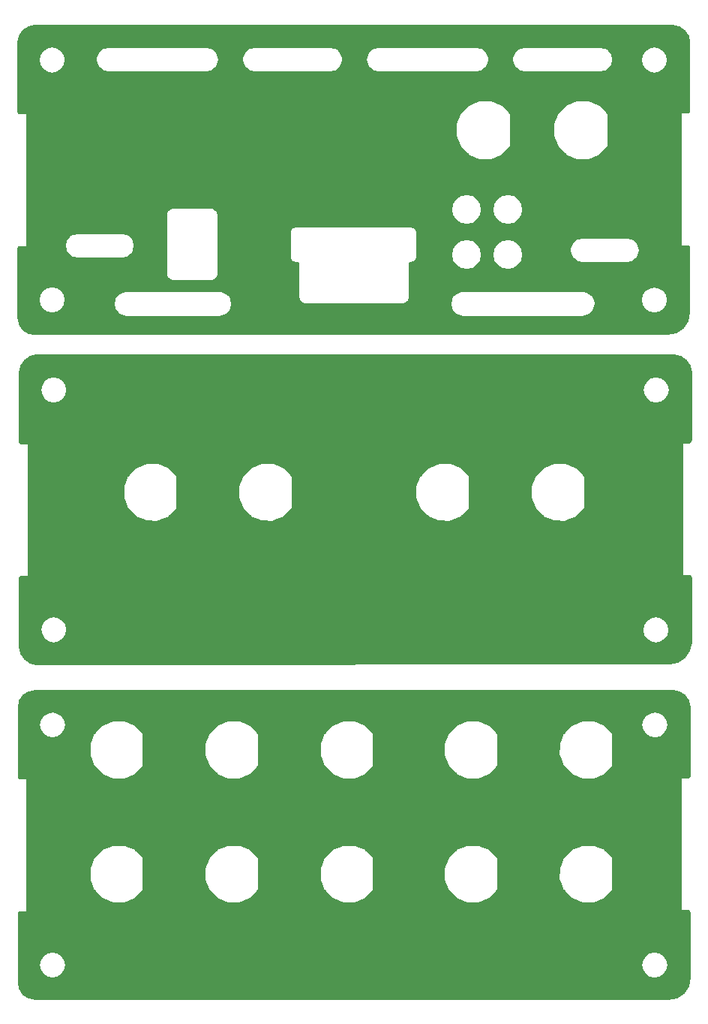
<source format=gtl>
%MOIN*%
%OFA0B0*%
%FSLAX46Y46*%
%IPPOS*%
%LPD*%
%ADD10C,0.005905511811023622*%
%ADD11C,0.031496062992125991*%
%ADD12C,0.01*%
%ADD23C,0.005905511811023622*%
%ADD24C,0.031496062992125991*%
%ADD25C,0.01*%
%ADD36C,0.005905511811023622*%
%ADD37C,0.031496062992125991*%
%ADD38C,0.01*%
%LPD*%
G01*
D10*
D11*
X0000000000Y0004330708D02*
X0001929133Y0003861417D03*
X0001949441Y0003937204D03*
X0002004921Y0003992684D03*
X0002080708Y0004012992D03*
X0002156496Y0003992684D03*
X0002211976Y0003937204D03*
X0002212598Y0003861417D03*
X0002211976Y0003785629D03*
X0002156496Y0003730149D03*
X0002080708Y0003709842D03*
X0002004921Y0003730149D03*
X0001949441Y0003785629D03*
X0002382511Y0003785629D03*
X0002437992Y0003730149D03*
X0002513779Y0003709842D03*
X0002589566Y0003730149D03*
X0002645047Y0003785629D03*
X0002645669Y0003861417D03*
X0002645047Y0003937204D03*
X0002589566Y0003992684D03*
X0002513779Y0004012992D03*
X0002437992Y0003992684D03*
X0002382511Y0003937204D03*
X0002362204Y0003861417D03*
D12*
G36*
X0002940441Y0004317926D02*
X0002964202Y0004302050D01*
X0002980079Y0004278289D01*
X0002985759Y0004249729D01*
X0002985759Y0003946855D01*
X0002985173Y0003943908D01*
X0002983805Y0003941860D01*
X0002981757Y0003940492D01*
X0002978811Y0003939906D01*
X0002952177Y0003939906D01*
X0002950112Y0003939496D01*
X0002948363Y0003938326D01*
X0002947193Y0003936577D01*
X0002946783Y0003934512D01*
X0002946783Y0003350260D01*
X0002947194Y0003348196D01*
X0002948363Y0003346447D01*
X0002950113Y0003345277D01*
X0002952177Y0003344867D01*
X0002978811Y0003344867D01*
X0002981757Y0003344281D01*
X0002983805Y0003342912D01*
X0002985173Y0003340865D01*
X0002985759Y0003337918D01*
X0002985759Y0003050004D01*
X0002978610Y0003014062D01*
X0002958552Y0002984043D01*
X0002928532Y0002963985D01*
X0002892590Y0002956835D01*
X0000078692Y0002956442D01*
X0000050133Y0002962122D01*
X0000026372Y0002977999D01*
X0000010495Y0003001760D01*
X0000004814Y0003030319D01*
X0000004814Y0003107150D01*
X0000094224Y0003107150D01*
X0000098830Y0003083993D01*
X0000111947Y0003064362D01*
X0000131579Y0003051245D01*
X0000154736Y0003046638D01*
X0000177893Y0003051245D01*
X0000197524Y0003064362D01*
X0000210641Y0003083993D01*
X0000212062Y0003091134D01*
X0000427691Y0003091134D01*
X0000427691Y0003087878D01*
X0000431437Y0003069045D01*
X0000432684Y0003066036D01*
X0000443352Y0003050071D01*
X0000443949Y0003049473D01*
X0000445654Y0003047768D01*
X0000461620Y0003037100D01*
X0000464629Y0003035854D01*
X0000483462Y0003032107D01*
X0000484284Y0003032107D01*
X0000485090Y0003031947D01*
X0000898476Y0003031947D01*
X0000899282Y0003032107D01*
X0000900104Y0003032107D01*
X0000918937Y0003035854D01*
X0000919818Y0003036219D01*
X0000921946Y0003037100D01*
X0000937911Y0003047768D01*
X0000939617Y0003049473D01*
X0000940214Y0003050071D01*
X0000950882Y0003066036D01*
X0000952128Y0003069045D01*
X0000955875Y0003087878D01*
X0000955875Y0003091134D01*
X0000952128Y0003109967D01*
X0000951941Y0003110420D01*
X0000950882Y0003112976D01*
X0000940214Y0003128942D01*
X0000938623Y0003130533D01*
X0000937911Y0003131245D01*
X0000921946Y0003141912D01*
X0000919818Y0003142794D01*
X0000918937Y0003143159D01*
X0000900104Y0003146905D01*
X0000899282Y0003146905D01*
X0000898476Y0003147065D01*
X0000485090Y0003147065D01*
X0000484284Y0003146905D01*
X0000483462Y0003146905D01*
X0000464629Y0003143159D01*
X0000461620Y0003141912D01*
X0000445654Y0003131245D01*
X0000444943Y0003130533D01*
X0000443352Y0003128942D01*
X0000432684Y0003112976D01*
X0000432149Y0003111686D01*
X0000431437Y0003109967D01*
X0000427691Y0003091134D01*
X0000212062Y0003091134D01*
X0000215247Y0003107150D01*
X0000210641Y0003130307D01*
X0000197524Y0003149939D01*
X0000177893Y0003163056D01*
X0000154736Y0003167662D01*
X0000131579Y0003163056D01*
X0000111947Y0003149939D01*
X0000098830Y0003130307D01*
X0000094224Y0003107150D01*
X0000004814Y0003107150D01*
X0000004814Y0003333981D01*
X0000005401Y0003336928D01*
X0000006769Y0003338975D01*
X0000008816Y0003340344D01*
X0000011763Y0003340930D01*
X0000038397Y0003340930D01*
X0000040461Y0003341340D01*
X0000042211Y0003342510D01*
X0000043380Y0003344259D01*
X0000043791Y0003346323D01*
X0000043791Y0003349009D01*
X0000211156Y0003349009D01*
X0000211156Y0003345752D01*
X0000214902Y0003326919D01*
X0000216148Y0003323910D01*
X0000226816Y0003307945D01*
X0000227527Y0003307234D01*
X0000229119Y0003305642D01*
X0000245085Y0003294974D01*
X0000248093Y0003293728D01*
X0000266926Y0003289981D01*
X0000267748Y0003289981D01*
X0000268555Y0003289821D01*
X0000465405Y0003289821D01*
X0000466211Y0003289982D01*
X0000467033Y0003289982D01*
X0000485866Y0003293728D01*
X0000486747Y0003294093D01*
X0000488875Y0003294974D01*
X0000504841Y0003305642D01*
X0000506433Y0003307234D01*
X0000507143Y0003307945D01*
X0000517811Y0003323910D01*
X0000519058Y0003326919D01*
X0000522804Y0003345752D01*
X0000522804Y0003349008D01*
X0000519058Y0003367841D01*
X0000519058Y0003367841D01*
X0000517811Y0003370850D01*
X0000507143Y0003386816D01*
X0000505552Y0003388407D01*
X0000504841Y0003389119D01*
X0000488875Y0003399787D01*
X0000486747Y0003400668D01*
X0000485866Y0003401033D01*
X0000467033Y0003404779D01*
X0000466211Y0003404779D01*
X0000465405Y0003404939D01*
X0000268555Y0003404939D01*
X0000267748Y0003404779D01*
X0000266926Y0003404779D01*
X0000248093Y0003401033D01*
X0000245085Y0003399787D01*
X0000229119Y0003389119D01*
X0000228407Y0003388407D01*
X0000226816Y0003386816D01*
X0000216148Y0003370850D01*
X0000215562Y0003369434D01*
X0000214902Y0003367841D01*
X0000211156Y0003349009D01*
X0000043791Y0003349009D01*
X0000043791Y0003485427D01*
X0000661187Y0003485427D01*
X0000661187Y0003221647D01*
X0000661326Y0003220948D01*
X0000661325Y0003220294D01*
X0000663105Y0003211299D01*
X0000663624Y0003210044D01*
X0000664140Y0003208791D01*
X0000669244Y0003201120D01*
X0000671163Y0003199193D01*
X0000671164Y0003199193D01*
X0000678815Y0003194059D01*
X0000678815Y0003194059D01*
X0000680280Y0003193449D01*
X0000681325Y0003193014D01*
X0000681325Y0003193014D01*
X0000690359Y0003191199D01*
X0000691068Y0003191198D01*
X0000691777Y0003191057D01*
X0000863037Y0003191057D01*
X0000863940Y0003191236D01*
X0000864404Y0003191236D01*
X0000873426Y0003193033D01*
X0000873426Y0003193033D01*
X0000874898Y0003193643D01*
X0000875938Y0003194074D01*
X0000875938Y0003194074D01*
X0000883585Y0003199187D01*
X0000885508Y0003201110D01*
X0000885508Y0003201110D01*
X0000890616Y0003208760D01*
X0000890616Y0003208760D01*
X0000891656Y0003211272D01*
X0000893449Y0003220295D01*
X0000893449Y0003220747D01*
X0000893628Y0003221647D01*
X0000893628Y0003406686D01*
X0001210399Y0003406686D01*
X0001210399Y0003297238D01*
X0001210533Y0003296564D01*
X0001210533Y0003295878D01*
X0001212032Y0003288345D01*
X0001212032Y0003288345D01*
X0001213072Y0003285833D01*
X0001217339Y0003279447D01*
X0001219262Y0003277524D01*
X0001225648Y0003273257D01*
X0001225648Y0003273257D01*
X0001227120Y0003272647D01*
X0001228160Y0003272216D01*
X0001228160Y0003272216D01*
X0001235693Y0003270718D01*
X0001236380Y0003270718D01*
X0001237053Y0003270584D01*
X0001249769Y0003270584D01*
X0001249769Y0003115348D01*
X0001249903Y0003114675D01*
X0001249903Y0003113988D01*
X0001251402Y0003106455D01*
X0001251402Y0003106455D01*
X0001252442Y0003103943D01*
X0001256709Y0003097557D01*
X0001258632Y0003095634D01*
X0001265018Y0003091367D01*
X0001265018Y0003091367D01*
X0001266490Y0003090758D01*
X0001267530Y0003090327D01*
X0001267530Y0003090327D01*
X0001275063Y0003088828D01*
X0001275750Y0003088828D01*
X0001276423Y0003088694D01*
X0001717368Y0003088694D01*
X0001718041Y0003088828D01*
X0001718727Y0003088828D01*
X0001726260Y0003090327D01*
X0001726260Y0003090327D01*
X0001728211Y0003091134D01*
X0001923754Y0003091134D01*
X0001923754Y0003087878D01*
X0001927500Y0003069045D01*
X0001928747Y0003066036D01*
X0001939415Y0003050071D01*
X0001940012Y0003049473D01*
X0001941717Y0003047768D01*
X0001957683Y0003037100D01*
X0001960692Y0003035854D01*
X0001979525Y0003032107D01*
X0001980347Y0003032107D01*
X0001981153Y0003031947D01*
X0002512649Y0003031947D01*
X0002513455Y0003032107D01*
X0002514277Y0003032107D01*
X0002533110Y0003035854D01*
X0002533992Y0003036219D01*
X0002536119Y0003037100D01*
X0002552085Y0003047768D01*
X0002553790Y0003049473D01*
X0002554387Y0003050071D01*
X0002565055Y0003066036D01*
X0002566302Y0003069045D01*
X0002570048Y0003087878D01*
X0002570048Y0003091134D01*
X0002567049Y0003106211D01*
X0002770430Y0003106211D01*
X0002775036Y0003083054D01*
X0002788153Y0003063422D01*
X0002807785Y0003050305D01*
X0002830942Y0003045699D01*
X0002854098Y0003050305D01*
X0002873730Y0003063422D01*
X0002886847Y0003083054D01*
X0002891453Y0003106211D01*
X0002886847Y0003129368D01*
X0002873730Y0003148999D01*
X0002854098Y0003162116D01*
X0002830942Y0003166723D01*
X0002807785Y0003162116D01*
X0002788153Y0003148999D01*
X0002775036Y0003129368D01*
X0002770430Y0003106211D01*
X0002567049Y0003106211D01*
X0002566302Y0003109967D01*
X0002566114Y0003110420D01*
X0002565055Y0003112976D01*
X0002554387Y0003128942D01*
X0002552797Y0003130533D01*
X0002552085Y0003131245D01*
X0002536119Y0003141912D01*
X0002533992Y0003142794D01*
X0002533110Y0003143159D01*
X0002514277Y0003146905D01*
X0002513455Y0003146905D01*
X0002512649Y0003147065D01*
X0001981153Y0003147065D01*
X0001980347Y0003146905D01*
X0001979525Y0003146905D01*
X0001960692Y0003143159D01*
X0001957683Y0003141912D01*
X0001941717Y0003131245D01*
X0001941006Y0003130533D01*
X0001939415Y0003128942D01*
X0001928747Y0003112976D01*
X0001928212Y0003111686D01*
X0001927500Y0003109967D01*
X0001923754Y0003091134D01*
X0001728211Y0003091134D01*
X0001728772Y0003091367D01*
X0001735159Y0003095634D01*
X0001737081Y0003097557D01*
X0001741348Y0003103943D01*
X0001741349Y0003103943D01*
X0001741958Y0003105415D01*
X0001742389Y0003106455D01*
X0001742389Y0003106455D01*
X0001743887Y0003113988D01*
X0001743887Y0003114675D01*
X0001744021Y0003115348D01*
X0001744021Y0003270584D01*
X0001750832Y0003270584D01*
X0001751505Y0003270718D01*
X0001752192Y0003270718D01*
X0001759725Y0003272216D01*
X0001759725Y0003272216D01*
X0001762237Y0003273257D01*
X0001768623Y0003277524D01*
X0001770546Y0003279447D01*
X0001774813Y0003285833D01*
X0001774813Y0003285833D01*
X0001775818Y0003288260D01*
X0001775854Y0003288345D01*
X0001775854Y0003288345D01*
X0001777352Y0003295878D01*
X0001777352Y0003296564D01*
X0001777486Y0003297238D01*
X0001777486Y0003308261D01*
X0001927531Y0003308261D01*
X0001932811Y0003281715D01*
X0001947849Y0003259209D01*
X0001970354Y0003244172D01*
X0001996901Y0003238891D01*
X0002023448Y0003244172D01*
X0002045953Y0003259209D01*
X0002060991Y0003281715D01*
X0002066271Y0003308261D01*
X0002110572Y0003308261D01*
X0002115853Y0003281715D01*
X0002130890Y0003259209D01*
X0002153395Y0003244172D01*
X0002179942Y0003238891D01*
X0002206489Y0003244172D01*
X0002228994Y0003259209D01*
X0002244032Y0003281715D01*
X0002249312Y0003308261D01*
X0002245123Y0003329323D01*
X0002455250Y0003329323D01*
X0002455250Y0003326067D01*
X0002458997Y0003307234D01*
X0002460243Y0003304225D01*
X0002470911Y0003288260D01*
X0002471981Y0003287190D01*
X0002473214Y0003285957D01*
X0002489179Y0003275289D01*
X0002492188Y0003274043D01*
X0002511021Y0003270296D01*
X0002511843Y0003270296D01*
X0002512649Y0003270136D01*
X0002709500Y0003270136D01*
X0002710306Y0003270296D01*
X0002711128Y0003270296D01*
X0002729961Y0003274043D01*
X0002730842Y0003274408D01*
X0002732969Y0003275289D01*
X0002748935Y0003285957D01*
X0002750168Y0003287190D01*
X0002751238Y0003288260D01*
X0002761906Y0003304225D01*
X0002763152Y0003307234D01*
X0002766898Y0003326067D01*
X0002766898Y0003329323D01*
X0002763152Y0003348156D01*
X0002763089Y0003348309D01*
X0002761906Y0003351165D01*
X0002751238Y0003367131D01*
X0002749647Y0003368722D01*
X0002748935Y0003369433D01*
X0002732969Y0003380101D01*
X0002730842Y0003380983D01*
X0002729961Y0003381348D01*
X0002711128Y0003385094D01*
X0002710306Y0003385094D01*
X0002709500Y0003385254D01*
X0002512649Y0003385254D01*
X0002511843Y0003385094D01*
X0002511021Y0003385094D01*
X0002492188Y0003381348D01*
X0002489179Y0003380101D01*
X0002473214Y0003369434D01*
X0002472502Y0003368722D01*
X0002470911Y0003367131D01*
X0002460243Y0003351165D01*
X0002459479Y0003349320D01*
X0002458997Y0003348156D01*
X0002455250Y0003329323D01*
X0002245123Y0003329323D01*
X0002244032Y0003334808D01*
X0002228994Y0003357313D01*
X0002206489Y0003372351D01*
X0002179942Y0003377631D01*
X0002153395Y0003372351D01*
X0002130890Y0003357313D01*
X0002115853Y0003334808D01*
X0002110572Y0003308261D01*
X0002066271Y0003308261D01*
X0002060991Y0003334808D01*
X0002045953Y0003357313D01*
X0002023448Y0003372351D01*
X0001996901Y0003377631D01*
X0001970354Y0003372351D01*
X0001947849Y0003357313D01*
X0001932811Y0003334808D01*
X0001927531Y0003308261D01*
X0001777486Y0003308261D01*
X0001777486Y0003406686D01*
X0001777352Y0003407360D01*
X0001777352Y0003408046D01*
X0001775854Y0003415579D01*
X0001774813Y0003418091D01*
X0001774813Y0003418091D01*
X0001770546Y0003424477D01*
X0001768623Y0003426400D01*
X0001762237Y0003430667D01*
X0001759725Y0003431708D01*
X0001759725Y0003431708D01*
X0001752192Y0003433206D01*
X0001751505Y0003433206D01*
X0001750832Y0003433340D01*
X0001237053Y0003433340D01*
X0001236380Y0003433206D01*
X0001235693Y0003433206D01*
X0001228160Y0003431708D01*
X0001228160Y0003431708D01*
X0001227173Y0003431299D01*
X0001225648Y0003430667D01*
X0001225648Y0003430667D01*
X0001219262Y0003426400D01*
X0001217339Y0003424477D01*
X0001213072Y0003418091D01*
X0001213072Y0003418091D01*
X0001212032Y0003415579D01*
X0001210533Y0003408046D01*
X0001210533Y0003407360D01*
X0001210399Y0003406686D01*
X0000893628Y0003406686D01*
X0000893628Y0003485427D01*
X0000893507Y0003486034D01*
X0000893512Y0003486736D01*
X0000891844Y0003495456D01*
X0000891343Y0003496691D01*
X0000890850Y0003497933D01*
X0000885841Y0003505674D01*
X0000883947Y0003507624D01*
X0000883947Y0003507624D01*
X0000882246Y0003508797D01*
X0001927531Y0003508797D01*
X0001932811Y0003482251D01*
X0001947849Y0003459745D01*
X0001970354Y0003444708D01*
X0001996901Y0003439427D01*
X0002023448Y0003444708D01*
X0002045953Y0003459745D01*
X0002060991Y0003482251D01*
X0002066271Y0003508797D01*
X0002110602Y0003508797D01*
X0002115882Y0003482251D01*
X0002130920Y0003459745D01*
X0002153425Y0003444708D01*
X0002179972Y0003439427D01*
X0002206519Y0003444708D01*
X0002229024Y0003459745D01*
X0002244062Y0003482251D01*
X0002249342Y0003508797D01*
X0002244062Y0003535344D01*
X0002229024Y0003557850D01*
X0002206519Y0003572887D01*
X0002179972Y0003578168D01*
X0002153425Y0003572887D01*
X0002130920Y0003557850D01*
X0002115882Y0003535344D01*
X0002110602Y0003508797D01*
X0002066271Y0003508797D01*
X0002060991Y0003535344D01*
X0002045953Y0003557850D01*
X0002023448Y0003572887D01*
X0001996901Y0003578168D01*
X0001970354Y0003572887D01*
X0001947849Y0003557850D01*
X0001932811Y0003535344D01*
X0001927531Y0003508797D01*
X0000882246Y0003508797D01*
X0000876357Y0003512859D01*
X0000873861Y0003513937D01*
X0000873861Y0003513937D01*
X0000864845Y0003515868D01*
X0000863700Y0003515885D01*
X0000863037Y0003516017D01*
X0000691777Y0003516017D01*
X0000691333Y0003515929D01*
X0000690419Y0003515929D01*
X0000681368Y0003514130D01*
X0000681368Y0003514130D01*
X0000681368Y0003514130D01*
X0000681367Y0003514130D01*
X0000680175Y0003513636D01*
X0000678856Y0003513090D01*
X0000671176Y0003507961D01*
X0000669253Y0003506039D01*
X0000669253Y0003506039D01*
X0000664121Y0003498362D01*
X0000664120Y0003498362D01*
X0000663511Y0003496891D01*
X0000663079Y0003495850D01*
X0000663079Y0003495850D01*
X0000661275Y0003486794D01*
X0000661275Y0003485872D01*
X0000661187Y0003485427D01*
X0000043791Y0003485427D01*
X0000043791Y0003836652D01*
X0001947202Y0003836652D01*
X0001947803Y0003833608D01*
X0001947803Y0003833608D01*
X0001966842Y0003787447D01*
X0001966842Y0003787447D01*
X0001967071Y0003787102D01*
X0001968562Y0003784864D01*
X0001968562Y0003784864D01*
X0002003816Y0003749503D01*
X0002003816Y0003749503D01*
X0002004851Y0003748809D01*
X0002006394Y0003747775D01*
X0002006394Y0003747775D01*
X0002052497Y0003728597D01*
X0002052497Y0003728596D01*
X0002055540Y0003727986D01*
X0002105473Y0003727911D01*
X0002108517Y0003728512D01*
X0002108517Y0003728512D01*
X0002154678Y0003747550D01*
X0002154678Y0003747550D01*
X0002156228Y0003748583D01*
X0002157261Y0003749270D01*
X0002157261Y0003749271D01*
X0002192622Y0003784525D01*
X0002192626Y0003784530D01*
X0002192631Y0003784534D01*
X0002193494Y0003785825D01*
X0002194350Y0003787102D01*
X0002194351Y0003787109D01*
X0002194355Y0003787114D01*
X0002194652Y0003788609D01*
X0002194960Y0003790145D01*
X0002194959Y0003790151D01*
X0002194960Y0003790157D01*
X0002194960Y0003836652D01*
X0002380273Y0003836652D01*
X0002380874Y0003833608D01*
X0002380874Y0003833608D01*
X0002399913Y0003787447D01*
X0002399913Y0003787447D01*
X0002400142Y0003787102D01*
X0002401633Y0003784864D01*
X0002401633Y0003784864D01*
X0002436887Y0003749503D01*
X0002436887Y0003749503D01*
X0002437922Y0003748809D01*
X0002439465Y0003747775D01*
X0002439465Y0003747775D01*
X0002485568Y0003728597D01*
X0002485568Y0003728596D01*
X0002488610Y0003727986D01*
X0002538544Y0003727911D01*
X0002541588Y0003728512D01*
X0002541588Y0003728512D01*
X0002587749Y0003747550D01*
X0002587749Y0003747550D01*
X0002589299Y0003748583D01*
X0002590332Y0003749270D01*
X0002590332Y0003749271D01*
X0002625693Y0003784525D01*
X0002625697Y0003784530D01*
X0002625702Y0003784534D01*
X0002626565Y0003785825D01*
X0002627421Y0003787102D01*
X0002627422Y0003787109D01*
X0002627426Y0003787114D01*
X0002627723Y0003788609D01*
X0002628031Y0003790145D01*
X0002628030Y0003790151D01*
X0002628031Y0003790157D01*
X0002628031Y0003932676D01*
X0002628031Y0003932677D01*
X0002627426Y0003935720D01*
X0002625702Y0003938300D01*
X0002590662Y0003973340D01*
X0002589368Y0003974204D01*
X0002588093Y0003975059D01*
X0002588082Y0003975063D01*
X0002588082Y0003975063D01*
X0002588082Y0003975063D01*
X0002541990Y0003994237D01*
X0002541990Y0003994237D01*
X0002541990Y0003994237D01*
X0002539558Y0003994725D01*
X0002538948Y0003994847D01*
X0002538948Y0003994847D01*
X0002489015Y0003994923D01*
X0002485970Y0003994322D01*
X0002439809Y0003975283D01*
X0002439809Y0003975283D01*
X0002437226Y0003973563D01*
X0002401865Y0003938309D01*
X0002400137Y0003935731D01*
X0002400137Y0003935731D01*
X0002380959Y0003889628D01*
X0002380959Y0003889628D01*
X0002380349Y0003886585D01*
X0002380273Y0003836652D01*
X0002194960Y0003836652D01*
X0002194960Y0003932676D01*
X0002194960Y0003932677D01*
X0002194355Y0003935720D01*
X0002192631Y0003938300D01*
X0002157591Y0003973340D01*
X0002156297Y0003974204D01*
X0002155023Y0003975059D01*
X0002155011Y0003975063D01*
X0002155011Y0003975063D01*
X0002155011Y0003975063D01*
X0002108919Y0003994237D01*
X0002108919Y0003994237D01*
X0002108919Y0003994237D01*
X0002106487Y0003994725D01*
X0002105877Y0003994847D01*
X0002105877Y0003994847D01*
X0002055944Y0003994923D01*
X0002052899Y0003994322D01*
X0002006738Y0003975283D01*
X0002006738Y0003975283D01*
X0002004156Y0003973563D01*
X0001968794Y0003938309D01*
X0001967066Y0003935731D01*
X0001967066Y0003935731D01*
X0001947888Y0003889628D01*
X0001947888Y0003889628D01*
X0001947278Y0003886585D01*
X0001947202Y0003836652D01*
X0000043791Y0003836652D01*
X0000043791Y0003930575D01*
X0000043380Y0003932640D01*
X0000042211Y0003934389D01*
X0000040461Y0003935559D01*
X0000038397Y0003935969D01*
X0000011763Y0003935969D01*
X0000008816Y0003936555D01*
X0000006769Y0003937923D01*
X0000005401Y0003939971D01*
X0000004814Y0003942918D01*
X0000004814Y0004172111D01*
X0000094224Y0004172111D01*
X0000098830Y0004148954D01*
X0000111947Y0004129323D01*
X0000131579Y0004116205D01*
X0000154736Y0004111599D01*
X0000177893Y0004116205D01*
X0000197524Y0004129323D01*
X0000210641Y0004148954D01*
X0000215247Y0004172111D01*
X0000214518Y0004175780D01*
X0000348951Y0004175780D01*
X0000348951Y0004172524D01*
X0000352697Y0004153691D01*
X0000353944Y0004150682D01*
X0000364612Y0004134716D01*
X0000365763Y0004133565D01*
X0000366914Y0004132413D01*
X0000382880Y0004121745D01*
X0000385889Y0004120499D01*
X0000404722Y0004116753D01*
X0000405544Y0004116753D01*
X0000406350Y0004116593D01*
X0000839421Y0004116593D01*
X0000840227Y0004116753D01*
X0000841049Y0004116753D01*
X0000859882Y0004120499D01*
X0000860763Y0004120864D01*
X0000862891Y0004121745D01*
X0000878856Y0004132413D01*
X0000880008Y0004133565D01*
X0000881159Y0004134716D01*
X0000891827Y0004150682D01*
X0000893073Y0004153691D01*
X0000896819Y0004172524D01*
X0000896819Y0004175780D01*
X0000896819Y0004175780D01*
X0000998558Y0004175780D01*
X0000998558Y0004172524D01*
X0001002304Y0004153691D01*
X0001003550Y0004150682D01*
X0001014218Y0004134716D01*
X0001015369Y0004133565D01*
X0001016521Y0004132413D01*
X0001032486Y0004121745D01*
X0001035495Y0004120499D01*
X0001054328Y0004116753D01*
X0001055150Y0004116753D01*
X0001055956Y0004116593D01*
X0001390602Y0004116593D01*
X0001391408Y0004116753D01*
X0001392230Y0004116753D01*
X0001411063Y0004120499D01*
X0001411944Y0004120864D01*
X0001414072Y0004121745D01*
X0001430037Y0004132413D01*
X0001431189Y0004133565D01*
X0001432340Y0004134716D01*
X0001443008Y0004150682D01*
X0001444254Y0004153691D01*
X0001448001Y0004172524D01*
X0001448001Y0004175780D01*
X0001448001Y0004175780D01*
X0001549739Y0004175780D01*
X0001549739Y0004172524D01*
X0001553485Y0004153691D01*
X0001554731Y0004150682D01*
X0001565399Y0004134716D01*
X0001566550Y0004133565D01*
X0001567702Y0004132413D01*
X0001583667Y0004121745D01*
X0001586676Y0004120499D01*
X0001605509Y0004116753D01*
X0001606331Y0004116753D01*
X0001607137Y0004116593D01*
X0002040208Y0004116593D01*
X0002041014Y0004116753D01*
X0002041836Y0004116753D01*
X0002060669Y0004120499D01*
X0002061551Y0004120864D01*
X0002063678Y0004121745D01*
X0002079644Y0004132413D01*
X0002080795Y0004133565D01*
X0002081947Y0004134716D01*
X0002092615Y0004150682D01*
X0002093861Y0004153691D01*
X0002097607Y0004172524D01*
X0002097607Y0004175780D01*
X0002097607Y0004175780D01*
X0002199345Y0004175780D01*
X0002199345Y0004172524D01*
X0002203091Y0004153691D01*
X0002204337Y0004150682D01*
X0002215005Y0004134716D01*
X0002216157Y0004133565D01*
X0002217308Y0004132413D01*
X0002233274Y0004121745D01*
X0002236282Y0004120499D01*
X0002255115Y0004116753D01*
X0002255937Y0004116753D01*
X0002256744Y0004116593D01*
X0002591389Y0004116593D01*
X0002592196Y0004116753D01*
X0002593018Y0004116753D01*
X0002611850Y0004120499D01*
X0002612732Y0004120864D01*
X0002614859Y0004121745D01*
X0002630825Y0004132413D01*
X0002631976Y0004133565D01*
X0002633128Y0004134716D01*
X0002643796Y0004150682D01*
X0002645042Y0004153691D01*
X0002648706Y0004172111D01*
X0002771389Y0004172111D01*
X0002775995Y0004148954D01*
X0002789113Y0004129323D01*
X0002808744Y0004116205D01*
X0002831901Y0004111599D01*
X0002855058Y0004116205D01*
X0002874689Y0004129323D01*
X0002887807Y0004148954D01*
X0002892413Y0004172111D01*
X0002887807Y0004195268D01*
X0002874689Y0004214899D01*
X0002855058Y0004228017D01*
X0002831901Y0004232623D01*
X0002808744Y0004228017D01*
X0002789113Y0004214899D01*
X0002775995Y0004195268D01*
X0002771389Y0004172111D01*
X0002648706Y0004172111D01*
X0002648788Y0004172524D01*
X0002648788Y0004175780D01*
X0002645042Y0004194613D01*
X0002644771Y0004195268D01*
X0002643796Y0004197622D01*
X0002633128Y0004213587D01*
X0002631537Y0004215178D01*
X0002630825Y0004215890D01*
X0002614859Y0004226558D01*
X0002612732Y0004227439D01*
X0002611850Y0004227804D01*
X0002593018Y0004231550D01*
X0002592196Y0004231550D01*
X0002591389Y0004231711D01*
X0002256744Y0004231711D01*
X0002255937Y0004231551D01*
X0002255115Y0004231551D01*
X0002236282Y0004227804D01*
X0002233274Y0004226558D01*
X0002217308Y0004215890D01*
X0002216596Y0004215178D01*
X0002215005Y0004213587D01*
X0002204337Y0004197622D01*
X0002203456Y0004195494D01*
X0002203091Y0004194613D01*
X0002199345Y0004175780D01*
X0002097607Y0004175780D01*
X0002093861Y0004194613D01*
X0002093590Y0004195268D01*
X0002092615Y0004197622D01*
X0002081947Y0004213587D01*
X0002080356Y0004215178D01*
X0002079644Y0004215890D01*
X0002063678Y0004226558D01*
X0002061551Y0004227439D01*
X0002060669Y0004227804D01*
X0002041836Y0004231550D01*
X0002041014Y0004231550D01*
X0002040208Y0004231711D01*
X0001607137Y0004231711D01*
X0001606331Y0004231551D01*
X0001605509Y0004231551D01*
X0001586676Y0004227804D01*
X0001583667Y0004226558D01*
X0001567702Y0004215890D01*
X0001566990Y0004215178D01*
X0001565399Y0004213587D01*
X0001554731Y0004197622D01*
X0001553850Y0004195494D01*
X0001553485Y0004194613D01*
X0001549739Y0004175780D01*
X0001448001Y0004175780D01*
X0001444254Y0004194613D01*
X0001443983Y0004195268D01*
X0001443008Y0004197622D01*
X0001432340Y0004213587D01*
X0001430749Y0004215178D01*
X0001430037Y0004215890D01*
X0001414072Y0004226558D01*
X0001411944Y0004227439D01*
X0001411063Y0004227804D01*
X0001392230Y0004231550D01*
X0001391408Y0004231550D01*
X0001390602Y0004231711D01*
X0001055956Y0004231711D01*
X0001055150Y0004231551D01*
X0001054328Y0004231551D01*
X0001035495Y0004227804D01*
X0001032486Y0004226558D01*
X0001016521Y0004215890D01*
X0001015809Y0004215178D01*
X0001014218Y0004213587D01*
X0001003550Y0004197622D01*
X0001002669Y0004195494D01*
X0001002304Y0004194613D01*
X0000998558Y0004175780D01*
X0000896819Y0004175780D01*
X0000893073Y0004194613D01*
X0000892802Y0004195268D01*
X0000891827Y0004197622D01*
X0000881159Y0004213587D01*
X0000879568Y0004215178D01*
X0000878856Y0004215890D01*
X0000862891Y0004226558D01*
X0000860763Y0004227439D01*
X0000859882Y0004227804D01*
X0000841049Y0004231550D01*
X0000840227Y0004231550D01*
X0000839421Y0004231711D01*
X0000406350Y0004231711D01*
X0000405544Y0004231551D01*
X0000404722Y0004231551D01*
X0000385889Y0004227804D01*
X0000382880Y0004226558D01*
X0000366914Y0004215890D01*
X0000366202Y0004215178D01*
X0000364612Y0004213587D01*
X0000353944Y0004197622D01*
X0000353062Y0004195494D01*
X0000352697Y0004194613D01*
X0000348951Y0004175780D01*
X0000214518Y0004175780D01*
X0000210641Y0004195268D01*
X0000197524Y0004214899D01*
X0000177893Y0004228017D01*
X0000154736Y0004232623D01*
X0000131579Y0004228017D01*
X0000111947Y0004214899D01*
X0000098830Y0004195268D01*
X0000094224Y0004172111D01*
X0000004814Y0004172111D01*
X0000004814Y0004249729D01*
X0000010495Y0004278288D01*
X0000026372Y0004302050D01*
X0000050133Y0004317926D01*
X0000078692Y0004323607D01*
X0002911882Y0004323607D01*
X0002940441Y0004317926D01*
X0002940441Y0004317926D01*
G37*
X0002940441Y0004317926D02*
X0002964202Y0004302050D01*
X0002980079Y0004278289D01*
X0002985759Y0004249729D01*
X0002985759Y0003946855D01*
X0002985173Y0003943908D01*
X0002983805Y0003941860D01*
X0002981757Y0003940492D01*
X0002978811Y0003939906D01*
X0002952177Y0003939906D01*
X0002950112Y0003939496D01*
X0002948363Y0003938326D01*
X0002947193Y0003936577D01*
X0002946783Y0003934512D01*
X0002946783Y0003350260D01*
X0002947194Y0003348196D01*
X0002948363Y0003346447D01*
X0002950113Y0003345277D01*
X0002952177Y0003344867D01*
X0002978811Y0003344867D01*
X0002981757Y0003344281D01*
X0002983805Y0003342912D01*
X0002985173Y0003340865D01*
X0002985759Y0003337918D01*
X0002985759Y0003050004D01*
X0002978610Y0003014062D01*
X0002958552Y0002984043D01*
X0002928532Y0002963985D01*
X0002892590Y0002956835D01*
X0000078692Y0002956442D01*
X0000050133Y0002962122D01*
X0000026372Y0002977999D01*
X0000010495Y0003001760D01*
X0000004814Y0003030319D01*
X0000004814Y0003107150D01*
X0000094224Y0003107150D01*
X0000098830Y0003083993D01*
X0000111947Y0003064362D01*
X0000131579Y0003051245D01*
X0000154736Y0003046638D01*
X0000177893Y0003051245D01*
X0000197524Y0003064362D01*
X0000210641Y0003083993D01*
X0000212062Y0003091134D01*
X0000427691Y0003091134D01*
X0000427691Y0003087878D01*
X0000431437Y0003069045D01*
X0000432684Y0003066036D01*
X0000443352Y0003050071D01*
X0000443949Y0003049473D01*
X0000445654Y0003047768D01*
X0000461620Y0003037100D01*
X0000464629Y0003035854D01*
X0000483462Y0003032107D01*
X0000484284Y0003032107D01*
X0000485090Y0003031947D01*
X0000898476Y0003031947D01*
X0000899282Y0003032107D01*
X0000900104Y0003032107D01*
X0000918937Y0003035854D01*
X0000919818Y0003036219D01*
X0000921946Y0003037100D01*
X0000937911Y0003047768D01*
X0000939617Y0003049473D01*
X0000940214Y0003050071D01*
X0000950882Y0003066036D01*
X0000952128Y0003069045D01*
X0000955875Y0003087878D01*
X0000955875Y0003091134D01*
X0000952128Y0003109967D01*
X0000951941Y0003110420D01*
X0000950882Y0003112976D01*
X0000940214Y0003128942D01*
X0000938623Y0003130533D01*
X0000937911Y0003131245D01*
X0000921946Y0003141912D01*
X0000919818Y0003142794D01*
X0000918937Y0003143159D01*
X0000900104Y0003146905D01*
X0000899282Y0003146905D01*
X0000898476Y0003147065D01*
X0000485090Y0003147065D01*
X0000484284Y0003146905D01*
X0000483462Y0003146905D01*
X0000464629Y0003143159D01*
X0000461620Y0003141912D01*
X0000445654Y0003131245D01*
X0000444943Y0003130533D01*
X0000443352Y0003128942D01*
X0000432684Y0003112976D01*
X0000432149Y0003111686D01*
X0000431437Y0003109967D01*
X0000427691Y0003091134D01*
X0000212062Y0003091134D01*
X0000215247Y0003107150D01*
X0000210641Y0003130307D01*
X0000197524Y0003149939D01*
X0000177893Y0003163056D01*
X0000154736Y0003167662D01*
X0000131579Y0003163056D01*
X0000111947Y0003149939D01*
X0000098830Y0003130307D01*
X0000094224Y0003107150D01*
X0000004814Y0003107150D01*
X0000004814Y0003333981D01*
X0000005401Y0003336928D01*
X0000006769Y0003338975D01*
X0000008816Y0003340344D01*
X0000011763Y0003340930D01*
X0000038397Y0003340930D01*
X0000040461Y0003341340D01*
X0000042211Y0003342510D01*
X0000043380Y0003344259D01*
X0000043791Y0003346323D01*
X0000043791Y0003349009D01*
X0000211156Y0003349009D01*
X0000211156Y0003345752D01*
X0000214902Y0003326919D01*
X0000216148Y0003323910D01*
X0000226816Y0003307945D01*
X0000227527Y0003307234D01*
X0000229119Y0003305642D01*
X0000245085Y0003294974D01*
X0000248093Y0003293728D01*
X0000266926Y0003289981D01*
X0000267748Y0003289981D01*
X0000268555Y0003289821D01*
X0000465405Y0003289821D01*
X0000466211Y0003289982D01*
X0000467033Y0003289982D01*
X0000485866Y0003293728D01*
X0000486747Y0003294093D01*
X0000488875Y0003294974D01*
X0000504841Y0003305642D01*
X0000506433Y0003307234D01*
X0000507143Y0003307945D01*
X0000517811Y0003323910D01*
X0000519058Y0003326919D01*
X0000522804Y0003345752D01*
X0000522804Y0003349008D01*
X0000519058Y0003367841D01*
X0000519058Y0003367841D01*
X0000517811Y0003370850D01*
X0000507143Y0003386816D01*
X0000505552Y0003388407D01*
X0000504841Y0003389119D01*
X0000488875Y0003399787D01*
X0000486747Y0003400668D01*
X0000485866Y0003401033D01*
X0000467033Y0003404779D01*
X0000466211Y0003404779D01*
X0000465405Y0003404939D01*
X0000268555Y0003404939D01*
X0000267748Y0003404779D01*
X0000266926Y0003404779D01*
X0000248093Y0003401033D01*
X0000245085Y0003399787D01*
X0000229119Y0003389119D01*
X0000228407Y0003388407D01*
X0000226816Y0003386816D01*
X0000216148Y0003370850D01*
X0000215562Y0003369434D01*
X0000214902Y0003367841D01*
X0000211156Y0003349009D01*
X0000043791Y0003349009D01*
X0000043791Y0003485427D01*
X0000661187Y0003485427D01*
X0000661187Y0003221647D01*
X0000661326Y0003220948D01*
X0000661325Y0003220294D01*
X0000663105Y0003211299D01*
X0000663624Y0003210044D01*
X0000664140Y0003208791D01*
X0000669244Y0003201120D01*
X0000671163Y0003199193D01*
X0000671164Y0003199193D01*
X0000678815Y0003194059D01*
X0000678815Y0003194059D01*
X0000680280Y0003193449D01*
X0000681325Y0003193014D01*
X0000681325Y0003193014D01*
X0000690359Y0003191199D01*
X0000691068Y0003191198D01*
X0000691777Y0003191057D01*
X0000863037Y0003191057D01*
X0000863940Y0003191236D01*
X0000864404Y0003191236D01*
X0000873426Y0003193033D01*
X0000873426Y0003193033D01*
X0000874898Y0003193643D01*
X0000875938Y0003194074D01*
X0000875938Y0003194074D01*
X0000883585Y0003199187D01*
X0000885508Y0003201110D01*
X0000885508Y0003201110D01*
X0000890616Y0003208760D01*
X0000890616Y0003208760D01*
X0000891656Y0003211272D01*
X0000893449Y0003220295D01*
X0000893449Y0003220747D01*
X0000893628Y0003221647D01*
X0000893628Y0003406686D01*
X0001210399Y0003406686D01*
X0001210399Y0003297238D01*
X0001210533Y0003296564D01*
X0001210533Y0003295878D01*
X0001212032Y0003288345D01*
X0001212032Y0003288345D01*
X0001213072Y0003285833D01*
X0001217339Y0003279447D01*
X0001219262Y0003277524D01*
X0001225648Y0003273257D01*
X0001225648Y0003273257D01*
X0001227120Y0003272647D01*
X0001228160Y0003272216D01*
X0001228160Y0003272216D01*
X0001235693Y0003270718D01*
X0001236380Y0003270718D01*
X0001237053Y0003270584D01*
X0001249769Y0003270584D01*
X0001249769Y0003115348D01*
X0001249903Y0003114675D01*
X0001249903Y0003113988D01*
X0001251402Y0003106455D01*
X0001251402Y0003106455D01*
X0001252442Y0003103943D01*
X0001256709Y0003097557D01*
X0001258632Y0003095634D01*
X0001265018Y0003091367D01*
X0001265018Y0003091367D01*
X0001266490Y0003090758D01*
X0001267530Y0003090327D01*
X0001267530Y0003090327D01*
X0001275063Y0003088828D01*
X0001275750Y0003088828D01*
X0001276423Y0003088694D01*
X0001717368Y0003088694D01*
X0001718041Y0003088828D01*
X0001718727Y0003088828D01*
X0001726260Y0003090327D01*
X0001726260Y0003090327D01*
X0001728211Y0003091134D01*
X0001923754Y0003091134D01*
X0001923754Y0003087878D01*
X0001927500Y0003069045D01*
X0001928747Y0003066036D01*
X0001939415Y0003050071D01*
X0001940012Y0003049473D01*
X0001941717Y0003047768D01*
X0001957683Y0003037100D01*
X0001960692Y0003035854D01*
X0001979525Y0003032107D01*
X0001980347Y0003032107D01*
X0001981153Y0003031947D01*
X0002512649Y0003031947D01*
X0002513455Y0003032107D01*
X0002514277Y0003032107D01*
X0002533110Y0003035854D01*
X0002533992Y0003036219D01*
X0002536119Y0003037100D01*
X0002552085Y0003047768D01*
X0002553790Y0003049473D01*
X0002554387Y0003050071D01*
X0002565055Y0003066036D01*
X0002566302Y0003069045D01*
X0002570048Y0003087878D01*
X0002570048Y0003091134D01*
X0002567049Y0003106211D01*
X0002770430Y0003106211D01*
X0002775036Y0003083054D01*
X0002788153Y0003063422D01*
X0002807785Y0003050305D01*
X0002830942Y0003045699D01*
X0002854098Y0003050305D01*
X0002873730Y0003063422D01*
X0002886847Y0003083054D01*
X0002891453Y0003106211D01*
X0002886847Y0003129368D01*
X0002873730Y0003148999D01*
X0002854098Y0003162116D01*
X0002830942Y0003166723D01*
X0002807785Y0003162116D01*
X0002788153Y0003148999D01*
X0002775036Y0003129368D01*
X0002770430Y0003106211D01*
X0002567049Y0003106211D01*
X0002566302Y0003109967D01*
X0002566114Y0003110420D01*
X0002565055Y0003112976D01*
X0002554387Y0003128942D01*
X0002552797Y0003130533D01*
X0002552085Y0003131245D01*
X0002536119Y0003141912D01*
X0002533992Y0003142794D01*
X0002533110Y0003143159D01*
X0002514277Y0003146905D01*
X0002513455Y0003146905D01*
X0002512649Y0003147065D01*
X0001981153Y0003147065D01*
X0001980347Y0003146905D01*
X0001979525Y0003146905D01*
X0001960692Y0003143159D01*
X0001957683Y0003141912D01*
X0001941717Y0003131245D01*
X0001941006Y0003130533D01*
X0001939415Y0003128942D01*
X0001928747Y0003112976D01*
X0001928212Y0003111686D01*
X0001927500Y0003109967D01*
X0001923754Y0003091134D01*
X0001728211Y0003091134D01*
X0001728772Y0003091367D01*
X0001735159Y0003095634D01*
X0001737081Y0003097557D01*
X0001741348Y0003103943D01*
X0001741349Y0003103943D01*
X0001741958Y0003105415D01*
X0001742389Y0003106455D01*
X0001742389Y0003106455D01*
X0001743887Y0003113988D01*
X0001743887Y0003114675D01*
X0001744021Y0003115348D01*
X0001744021Y0003270584D01*
X0001750832Y0003270584D01*
X0001751505Y0003270718D01*
X0001752192Y0003270718D01*
X0001759725Y0003272216D01*
X0001759725Y0003272216D01*
X0001762237Y0003273257D01*
X0001768623Y0003277524D01*
X0001770546Y0003279447D01*
X0001774813Y0003285833D01*
X0001774813Y0003285833D01*
X0001775818Y0003288260D01*
X0001775854Y0003288345D01*
X0001775854Y0003288345D01*
X0001777352Y0003295878D01*
X0001777352Y0003296564D01*
X0001777486Y0003297238D01*
X0001777486Y0003308261D01*
X0001927531Y0003308261D01*
X0001932811Y0003281715D01*
X0001947849Y0003259209D01*
X0001970354Y0003244172D01*
X0001996901Y0003238891D01*
X0002023448Y0003244172D01*
X0002045953Y0003259209D01*
X0002060991Y0003281715D01*
X0002066271Y0003308261D01*
X0002110572Y0003308261D01*
X0002115853Y0003281715D01*
X0002130890Y0003259209D01*
X0002153395Y0003244172D01*
X0002179942Y0003238891D01*
X0002206489Y0003244172D01*
X0002228994Y0003259209D01*
X0002244032Y0003281715D01*
X0002249312Y0003308261D01*
X0002245123Y0003329323D01*
X0002455250Y0003329323D01*
X0002455250Y0003326067D01*
X0002458997Y0003307234D01*
X0002460243Y0003304225D01*
X0002470911Y0003288260D01*
X0002471981Y0003287190D01*
X0002473214Y0003285957D01*
X0002489179Y0003275289D01*
X0002492188Y0003274043D01*
X0002511021Y0003270296D01*
X0002511843Y0003270296D01*
X0002512649Y0003270136D01*
X0002709500Y0003270136D01*
X0002710306Y0003270296D01*
X0002711128Y0003270296D01*
X0002729961Y0003274043D01*
X0002730842Y0003274408D01*
X0002732969Y0003275289D01*
X0002748935Y0003285957D01*
X0002750168Y0003287190D01*
X0002751238Y0003288260D01*
X0002761906Y0003304225D01*
X0002763152Y0003307234D01*
X0002766898Y0003326067D01*
X0002766898Y0003329323D01*
X0002763152Y0003348156D01*
X0002763089Y0003348309D01*
X0002761906Y0003351165D01*
X0002751238Y0003367131D01*
X0002749647Y0003368722D01*
X0002748935Y0003369433D01*
X0002732969Y0003380101D01*
X0002730842Y0003380983D01*
X0002729961Y0003381348D01*
X0002711128Y0003385094D01*
X0002710306Y0003385094D01*
X0002709500Y0003385254D01*
X0002512649Y0003385254D01*
X0002511843Y0003385094D01*
X0002511021Y0003385094D01*
X0002492188Y0003381348D01*
X0002489179Y0003380101D01*
X0002473214Y0003369434D01*
X0002472502Y0003368722D01*
X0002470911Y0003367131D01*
X0002460243Y0003351165D01*
X0002459479Y0003349320D01*
X0002458997Y0003348156D01*
X0002455250Y0003329323D01*
X0002245123Y0003329323D01*
X0002244032Y0003334808D01*
X0002228994Y0003357313D01*
X0002206489Y0003372351D01*
X0002179942Y0003377631D01*
X0002153395Y0003372351D01*
X0002130890Y0003357313D01*
X0002115853Y0003334808D01*
X0002110572Y0003308261D01*
X0002066271Y0003308261D01*
X0002060991Y0003334808D01*
X0002045953Y0003357313D01*
X0002023448Y0003372351D01*
X0001996901Y0003377631D01*
X0001970354Y0003372351D01*
X0001947849Y0003357313D01*
X0001932811Y0003334808D01*
X0001927531Y0003308261D01*
X0001777486Y0003308261D01*
X0001777486Y0003406686D01*
X0001777352Y0003407360D01*
X0001777352Y0003408046D01*
X0001775854Y0003415579D01*
X0001774813Y0003418091D01*
X0001774813Y0003418091D01*
X0001770546Y0003424477D01*
X0001768623Y0003426400D01*
X0001762237Y0003430667D01*
X0001759725Y0003431708D01*
X0001759725Y0003431708D01*
X0001752192Y0003433206D01*
X0001751505Y0003433206D01*
X0001750832Y0003433340D01*
X0001237053Y0003433340D01*
X0001236380Y0003433206D01*
X0001235693Y0003433206D01*
X0001228160Y0003431708D01*
X0001228160Y0003431708D01*
X0001227173Y0003431299D01*
X0001225648Y0003430667D01*
X0001225648Y0003430667D01*
X0001219262Y0003426400D01*
X0001217339Y0003424477D01*
X0001213072Y0003418091D01*
X0001213072Y0003418091D01*
X0001212032Y0003415579D01*
X0001210533Y0003408046D01*
X0001210533Y0003407360D01*
X0001210399Y0003406686D01*
X0000893628Y0003406686D01*
X0000893628Y0003485427D01*
X0000893507Y0003486034D01*
X0000893512Y0003486736D01*
X0000891844Y0003495456D01*
X0000891343Y0003496691D01*
X0000890850Y0003497933D01*
X0000885841Y0003505674D01*
X0000883947Y0003507624D01*
X0000883947Y0003507624D01*
X0000882246Y0003508797D01*
X0001927531Y0003508797D01*
X0001932811Y0003482251D01*
X0001947849Y0003459745D01*
X0001970354Y0003444708D01*
X0001996901Y0003439427D01*
X0002023448Y0003444708D01*
X0002045953Y0003459745D01*
X0002060991Y0003482251D01*
X0002066271Y0003508797D01*
X0002110602Y0003508797D01*
X0002115882Y0003482251D01*
X0002130920Y0003459745D01*
X0002153425Y0003444708D01*
X0002179972Y0003439427D01*
X0002206519Y0003444708D01*
X0002229024Y0003459745D01*
X0002244062Y0003482251D01*
X0002249342Y0003508797D01*
X0002244062Y0003535344D01*
X0002229024Y0003557850D01*
X0002206519Y0003572887D01*
X0002179972Y0003578168D01*
X0002153425Y0003572887D01*
X0002130920Y0003557850D01*
X0002115882Y0003535344D01*
X0002110602Y0003508797D01*
X0002066271Y0003508797D01*
X0002060991Y0003535344D01*
X0002045953Y0003557850D01*
X0002023448Y0003572887D01*
X0001996901Y0003578168D01*
X0001970354Y0003572887D01*
X0001947849Y0003557850D01*
X0001932811Y0003535344D01*
X0001927531Y0003508797D01*
X0000882246Y0003508797D01*
X0000876357Y0003512859D01*
X0000873861Y0003513937D01*
X0000873861Y0003513937D01*
X0000864845Y0003515868D01*
X0000863700Y0003515885D01*
X0000863037Y0003516017D01*
X0000691777Y0003516017D01*
X0000691333Y0003515929D01*
X0000690419Y0003515929D01*
X0000681368Y0003514130D01*
X0000681368Y0003514130D01*
X0000681368Y0003514130D01*
X0000681367Y0003514130D01*
X0000680175Y0003513636D01*
X0000678856Y0003513090D01*
X0000671176Y0003507961D01*
X0000669253Y0003506039D01*
X0000669253Y0003506039D01*
X0000664121Y0003498362D01*
X0000664120Y0003498362D01*
X0000663511Y0003496891D01*
X0000663079Y0003495850D01*
X0000663079Y0003495850D01*
X0000661275Y0003486794D01*
X0000661275Y0003485872D01*
X0000661187Y0003485427D01*
X0000043791Y0003485427D01*
X0000043791Y0003836652D01*
X0001947202Y0003836652D01*
X0001947803Y0003833608D01*
X0001947803Y0003833608D01*
X0001966842Y0003787447D01*
X0001966842Y0003787447D01*
X0001967071Y0003787102D01*
X0001968562Y0003784864D01*
X0001968562Y0003784864D01*
X0002003816Y0003749503D01*
X0002003816Y0003749503D01*
X0002004851Y0003748809D01*
X0002006394Y0003747775D01*
X0002006394Y0003747775D01*
X0002052497Y0003728597D01*
X0002052497Y0003728596D01*
X0002055540Y0003727986D01*
X0002105473Y0003727911D01*
X0002108517Y0003728512D01*
X0002108517Y0003728512D01*
X0002154678Y0003747550D01*
X0002154678Y0003747550D01*
X0002156228Y0003748583D01*
X0002157261Y0003749270D01*
X0002157261Y0003749271D01*
X0002192622Y0003784525D01*
X0002192626Y0003784530D01*
X0002192631Y0003784534D01*
X0002193494Y0003785825D01*
X0002194350Y0003787102D01*
X0002194351Y0003787109D01*
X0002194355Y0003787114D01*
X0002194652Y0003788609D01*
X0002194960Y0003790145D01*
X0002194959Y0003790151D01*
X0002194960Y0003790157D01*
X0002194960Y0003836652D01*
X0002380273Y0003836652D01*
X0002380874Y0003833608D01*
X0002380874Y0003833608D01*
X0002399913Y0003787447D01*
X0002399913Y0003787447D01*
X0002400142Y0003787102D01*
X0002401633Y0003784864D01*
X0002401633Y0003784864D01*
X0002436887Y0003749503D01*
X0002436887Y0003749503D01*
X0002437922Y0003748809D01*
X0002439465Y0003747775D01*
X0002439465Y0003747775D01*
X0002485568Y0003728597D01*
X0002485568Y0003728596D01*
X0002488610Y0003727986D01*
X0002538544Y0003727911D01*
X0002541588Y0003728512D01*
X0002541588Y0003728512D01*
X0002587749Y0003747550D01*
X0002587749Y0003747550D01*
X0002589299Y0003748583D01*
X0002590332Y0003749270D01*
X0002590332Y0003749271D01*
X0002625693Y0003784525D01*
X0002625697Y0003784530D01*
X0002625702Y0003784534D01*
X0002626565Y0003785825D01*
X0002627421Y0003787102D01*
X0002627422Y0003787109D01*
X0002627426Y0003787114D01*
X0002627723Y0003788609D01*
X0002628031Y0003790145D01*
X0002628030Y0003790151D01*
X0002628031Y0003790157D01*
X0002628031Y0003932676D01*
X0002628031Y0003932677D01*
X0002627426Y0003935720D01*
X0002625702Y0003938300D01*
X0002590662Y0003973340D01*
X0002589368Y0003974204D01*
X0002588093Y0003975059D01*
X0002588082Y0003975063D01*
X0002588082Y0003975063D01*
X0002588082Y0003975063D01*
X0002541990Y0003994237D01*
X0002541990Y0003994237D01*
X0002541990Y0003994237D01*
X0002539558Y0003994725D01*
X0002538948Y0003994847D01*
X0002538948Y0003994847D01*
X0002489015Y0003994923D01*
X0002485970Y0003994322D01*
X0002439809Y0003975283D01*
X0002439809Y0003975283D01*
X0002437226Y0003973563D01*
X0002401865Y0003938309D01*
X0002400137Y0003935731D01*
X0002400137Y0003935731D01*
X0002380959Y0003889628D01*
X0002380959Y0003889628D01*
X0002380349Y0003886585D01*
X0002380273Y0003836652D01*
X0002194960Y0003836652D01*
X0002194960Y0003932676D01*
X0002194960Y0003932677D01*
X0002194355Y0003935720D01*
X0002192631Y0003938300D01*
X0002157591Y0003973340D01*
X0002156297Y0003974204D01*
X0002155023Y0003975059D01*
X0002155011Y0003975063D01*
X0002155011Y0003975063D01*
X0002155011Y0003975063D01*
X0002108919Y0003994237D01*
X0002108919Y0003994237D01*
X0002108919Y0003994237D01*
X0002106487Y0003994725D01*
X0002105877Y0003994847D01*
X0002105877Y0003994847D01*
X0002055944Y0003994923D01*
X0002052899Y0003994322D01*
X0002006738Y0003975283D01*
X0002006738Y0003975283D01*
X0002004156Y0003973563D01*
X0001968794Y0003938309D01*
X0001967066Y0003935731D01*
X0001967066Y0003935731D01*
X0001947888Y0003889628D01*
X0001947888Y0003889628D01*
X0001947278Y0003886585D01*
X0001947202Y0003836652D01*
X0000043791Y0003836652D01*
X0000043791Y0003930575D01*
X0000043380Y0003932640D01*
X0000042211Y0003934389D01*
X0000040461Y0003935559D01*
X0000038397Y0003935969D01*
X0000011763Y0003935969D01*
X0000008816Y0003936555D01*
X0000006769Y0003937923D01*
X0000005401Y0003939971D01*
X0000004814Y0003942918D01*
X0000004814Y0004172111D01*
X0000094224Y0004172111D01*
X0000098830Y0004148954D01*
X0000111947Y0004129323D01*
X0000131579Y0004116205D01*
X0000154736Y0004111599D01*
X0000177893Y0004116205D01*
X0000197524Y0004129323D01*
X0000210641Y0004148954D01*
X0000215247Y0004172111D01*
X0000214518Y0004175780D01*
X0000348951Y0004175780D01*
X0000348951Y0004172524D01*
X0000352697Y0004153691D01*
X0000353944Y0004150682D01*
X0000364612Y0004134716D01*
X0000365763Y0004133565D01*
X0000366914Y0004132413D01*
X0000382880Y0004121745D01*
X0000385889Y0004120499D01*
X0000404722Y0004116753D01*
X0000405544Y0004116753D01*
X0000406350Y0004116593D01*
X0000839421Y0004116593D01*
X0000840227Y0004116753D01*
X0000841049Y0004116753D01*
X0000859882Y0004120499D01*
X0000860763Y0004120864D01*
X0000862891Y0004121745D01*
X0000878856Y0004132413D01*
X0000880008Y0004133565D01*
X0000881159Y0004134716D01*
X0000891827Y0004150682D01*
X0000893073Y0004153691D01*
X0000896819Y0004172524D01*
X0000896819Y0004175780D01*
X0000896819Y0004175780D01*
X0000998558Y0004175780D01*
X0000998558Y0004172524D01*
X0001002304Y0004153691D01*
X0001003550Y0004150682D01*
X0001014218Y0004134716D01*
X0001015369Y0004133565D01*
X0001016521Y0004132413D01*
X0001032486Y0004121745D01*
X0001035495Y0004120499D01*
X0001054328Y0004116753D01*
X0001055150Y0004116753D01*
X0001055956Y0004116593D01*
X0001390602Y0004116593D01*
X0001391408Y0004116753D01*
X0001392230Y0004116753D01*
X0001411063Y0004120499D01*
X0001411944Y0004120864D01*
X0001414072Y0004121745D01*
X0001430037Y0004132413D01*
X0001431189Y0004133565D01*
X0001432340Y0004134716D01*
X0001443008Y0004150682D01*
X0001444254Y0004153691D01*
X0001448001Y0004172524D01*
X0001448001Y0004175780D01*
X0001448001Y0004175780D01*
X0001549739Y0004175780D01*
X0001549739Y0004172524D01*
X0001553485Y0004153691D01*
X0001554731Y0004150682D01*
X0001565399Y0004134716D01*
X0001566550Y0004133565D01*
X0001567702Y0004132413D01*
X0001583667Y0004121745D01*
X0001586676Y0004120499D01*
X0001605509Y0004116753D01*
X0001606331Y0004116753D01*
X0001607137Y0004116593D01*
X0002040208Y0004116593D01*
X0002041014Y0004116753D01*
X0002041836Y0004116753D01*
X0002060669Y0004120499D01*
X0002061551Y0004120864D01*
X0002063678Y0004121745D01*
X0002079644Y0004132413D01*
X0002080795Y0004133565D01*
X0002081947Y0004134716D01*
X0002092615Y0004150682D01*
X0002093861Y0004153691D01*
X0002097607Y0004172524D01*
X0002097607Y0004175780D01*
X0002097607Y0004175780D01*
X0002199345Y0004175780D01*
X0002199345Y0004172524D01*
X0002203091Y0004153691D01*
X0002204337Y0004150682D01*
X0002215005Y0004134716D01*
X0002216157Y0004133565D01*
X0002217308Y0004132413D01*
X0002233274Y0004121745D01*
X0002236282Y0004120499D01*
X0002255115Y0004116753D01*
X0002255937Y0004116753D01*
X0002256744Y0004116593D01*
X0002591389Y0004116593D01*
X0002592196Y0004116753D01*
X0002593018Y0004116753D01*
X0002611850Y0004120499D01*
X0002612732Y0004120864D01*
X0002614859Y0004121745D01*
X0002630825Y0004132413D01*
X0002631976Y0004133565D01*
X0002633128Y0004134716D01*
X0002643796Y0004150682D01*
X0002645042Y0004153691D01*
X0002648706Y0004172111D01*
X0002771389Y0004172111D01*
X0002775995Y0004148954D01*
X0002789113Y0004129323D01*
X0002808744Y0004116205D01*
X0002831901Y0004111599D01*
X0002855058Y0004116205D01*
X0002874689Y0004129323D01*
X0002887807Y0004148954D01*
X0002892413Y0004172111D01*
X0002887807Y0004195268D01*
X0002874689Y0004214899D01*
X0002855058Y0004228017D01*
X0002831901Y0004232623D01*
X0002808744Y0004228017D01*
X0002789113Y0004214899D01*
X0002775995Y0004195268D01*
X0002771389Y0004172111D01*
X0002648706Y0004172111D01*
X0002648788Y0004172524D01*
X0002648788Y0004175780D01*
X0002645042Y0004194613D01*
X0002644771Y0004195268D01*
X0002643796Y0004197622D01*
X0002633128Y0004213587D01*
X0002631537Y0004215178D01*
X0002630825Y0004215890D01*
X0002614859Y0004226558D01*
X0002612732Y0004227439D01*
X0002611850Y0004227804D01*
X0002593018Y0004231550D01*
X0002592196Y0004231550D01*
X0002591389Y0004231711D01*
X0002256744Y0004231711D01*
X0002255937Y0004231551D01*
X0002255115Y0004231551D01*
X0002236282Y0004227804D01*
X0002233274Y0004226558D01*
X0002217308Y0004215890D01*
X0002216596Y0004215178D01*
X0002215005Y0004213587D01*
X0002204337Y0004197622D01*
X0002203456Y0004195494D01*
X0002203091Y0004194613D01*
X0002199345Y0004175780D01*
X0002097607Y0004175780D01*
X0002093861Y0004194613D01*
X0002093590Y0004195268D01*
X0002092615Y0004197622D01*
X0002081947Y0004213587D01*
X0002080356Y0004215178D01*
X0002079644Y0004215890D01*
X0002063678Y0004226558D01*
X0002061551Y0004227439D01*
X0002060669Y0004227804D01*
X0002041836Y0004231550D01*
X0002041014Y0004231550D01*
X0002040208Y0004231711D01*
X0001607137Y0004231711D01*
X0001606331Y0004231551D01*
X0001605509Y0004231551D01*
X0001586676Y0004227804D01*
X0001583667Y0004226558D01*
X0001567702Y0004215890D01*
X0001566990Y0004215178D01*
X0001565399Y0004213587D01*
X0001554731Y0004197622D01*
X0001553850Y0004195494D01*
X0001553485Y0004194613D01*
X0001549739Y0004175780D01*
X0001448001Y0004175780D01*
X0001444254Y0004194613D01*
X0001443983Y0004195268D01*
X0001443008Y0004197622D01*
X0001432340Y0004213587D01*
X0001430749Y0004215178D01*
X0001430037Y0004215890D01*
X0001414072Y0004226558D01*
X0001411944Y0004227439D01*
X0001411063Y0004227804D01*
X0001392230Y0004231550D01*
X0001391408Y0004231550D01*
X0001390602Y0004231711D01*
X0001055956Y0004231711D01*
X0001055150Y0004231551D01*
X0001054328Y0004231551D01*
X0001035495Y0004227804D01*
X0001032486Y0004226558D01*
X0001016521Y0004215890D01*
X0001015809Y0004215178D01*
X0001014218Y0004213587D01*
X0001003550Y0004197622D01*
X0001002669Y0004195494D01*
X0001002304Y0004194613D01*
X0000998558Y0004175780D01*
X0000896819Y0004175780D01*
X0000893073Y0004194613D01*
X0000892802Y0004195268D01*
X0000891827Y0004197622D01*
X0000881159Y0004213587D01*
X0000879568Y0004215178D01*
X0000878856Y0004215890D01*
X0000862891Y0004226558D01*
X0000860763Y0004227439D01*
X0000859882Y0004227804D01*
X0000841049Y0004231550D01*
X0000840227Y0004231550D01*
X0000839421Y0004231711D01*
X0000406350Y0004231711D01*
X0000405544Y0004231551D01*
X0000404722Y0004231551D01*
X0000385889Y0004227804D01*
X0000382880Y0004226558D01*
X0000366914Y0004215890D01*
X0000366202Y0004215178D01*
X0000364612Y0004213587D01*
X0000353944Y0004197622D01*
X0000353062Y0004195494D01*
X0000352697Y0004194613D01*
X0000348951Y0004175780D01*
X0000214518Y0004175780D01*
X0000210641Y0004195268D01*
X0000197524Y0004214899D01*
X0000177893Y0004228017D01*
X0000154736Y0004232623D01*
X0000131579Y0004228017D01*
X0000111947Y0004214899D01*
X0000098830Y0004195268D01*
X0000094224Y0004172111D01*
X0000004814Y0004172111D01*
X0000004814Y0004249729D01*
X0000010495Y0004278288D01*
X0000026372Y0004302050D01*
X0000050133Y0004317926D01*
X0000078692Y0004323607D01*
X0002911882Y0004323607D01*
X0002940441Y0004317926D01*
G04 next file*
%LPD*%
G01*
D23*
D24*
X0000000000Y0001377952D02*
X0002385826Y0000557874D03*
X0002406133Y0000633661D03*
X0002461614Y0000689141D03*
X0002537401Y0000709448D03*
X0002613188Y0000689141D03*
X0002668669Y0000633661D03*
X0002688975Y0000557874D03*
X0002668669Y0000482086D03*
X0002613188Y0000426606D03*
X0002537401Y0000406299D03*
X0002461614Y0000426606D03*
X0002406133Y0000482086D03*
X0001874015Y0000557874D03*
X0001894322Y0000633661D03*
X0001949803Y0000689141D03*
X0002025589Y0000709448D03*
X0002101377Y0000689141D03*
X0002156858Y0000633661D03*
X0002177165Y0000557874D03*
X0002156858Y0000482086D03*
X0002101377Y0000426606D03*
X0002025589Y0000406299D03*
X0001949803Y0000426606D03*
X0001894322Y0000482086D03*
X0002385826Y0001109055D03*
X0002406133Y0001184842D03*
X0002461614Y0001240322D03*
X0002537401Y0001260629D03*
X0002613188Y0001240322D03*
X0002668669Y0001184842D03*
X0002688975Y0001109055D03*
X0002668669Y0001033266D03*
X0002613188Y0000977787D03*
X0002537401Y0000957480D03*
X0002461614Y0000977787D03*
X0002406133Y0001033266D03*
X0001874015Y0001109055D03*
X0001894322Y0001184842D03*
X0001949803Y0001240322D03*
X0002025589Y0001260629D03*
X0002101377Y0001240322D03*
X0002156858Y0001184842D03*
X0002177165Y0001109055D03*
X0002156858Y0001033266D03*
X0002101377Y0000977787D03*
X0002025589Y0000957480D03*
X0001949803Y0000977787D03*
X0001894322Y0001033266D03*
X0001322834Y0000557874D03*
X0001343141Y0000633661D03*
X0001398622Y0000689141D03*
X0001474409Y0000709448D03*
X0001550196Y0000689141D03*
X0001605677Y0000633661D03*
X0001625984Y0000557874D03*
X0001605677Y0000482086D03*
X0001550196Y0000426606D03*
X0001474409Y0000406299D03*
X0001398622Y0000426606D03*
X0001343141Y0000482086D03*
X0000811023Y0000557874D03*
X0000831330Y0000633661D03*
X0000886811Y0000689141D03*
X0000962598Y0000709448D03*
X0001038384Y0000689141D03*
X0001093866Y0000633661D03*
X0001114173Y0000557874D03*
X0001093866Y0000482086D03*
X0001038384Y0000426606D03*
X0000962598Y0000406299D03*
X0000886811Y0000426606D03*
X0000831330Y0000482086D03*
X0000299212Y0000557874D03*
X0000319519Y0000633661D03*
X0000374999Y0000689141D03*
X0000450787Y0000709448D03*
X0000526574Y0000689141D03*
X0000582055Y0000633661D03*
X0000602362Y0000557874D03*
X0000582055Y0000482086D03*
X0000526574Y0000426606D03*
X0000450787Y0000406299D03*
X0000374999Y0000426606D03*
X0000319519Y0000482086D03*
X0001322834Y0001109055D03*
X0001343141Y0001184842D03*
X0001398622Y0001240322D03*
X0001474409Y0001260629D03*
X0001550196Y0001240322D03*
X0001605677Y0001184842D03*
X0001625984Y0001109055D03*
X0001605677Y0001033266D03*
X0001550196Y0000977787D03*
X0001474409Y0000957480D03*
X0001398622Y0000977787D03*
X0001343141Y0001033266D03*
X0000811023Y0001109055D03*
X0000831330Y0001184842D03*
X0000886811Y0001240322D03*
X0000962598Y0001260629D03*
X0001038384Y0001240322D03*
X0001093866Y0001184842D03*
X0001114173Y0001109055D03*
X0001093866Y0001033266D03*
X0001038384Y0000977787D03*
X0000962598Y0000957480D03*
X0000886811Y0000977787D03*
X0000831330Y0001033266D03*
X0000299212Y0001109055D03*
X0000319519Y0001184842D03*
X0000374999Y0001240322D03*
X0000450787Y0001260629D03*
X0000526574Y0001240322D03*
X0000582055Y0001184842D03*
X0000602362Y0001109055D03*
X0000582055Y0001033266D03*
X0000526574Y0000977787D03*
X0000450787Y0000957480D03*
X0000374999Y0000977787D03*
X0000319519Y0001033266D03*
D25*
G36*
X0002942201Y0001365303D02*
X0002965962Y0001349426D01*
X0002981838Y0001325665D01*
X0002987519Y0001297106D01*
X0002987519Y0000994232D01*
X0002986932Y0000991285D01*
X0002985565Y0000989237D01*
X0002983517Y0000987869D01*
X0002980571Y0000987283D01*
X0002953936Y0000987283D01*
X0002951872Y0000986872D01*
X0002950123Y0000985703D01*
X0002948953Y0000983953D01*
X0002948543Y0000981889D01*
X0002948543Y0000397637D01*
X0002948953Y0000395573D01*
X0002950123Y0000393823D01*
X0002951872Y0000392654D01*
X0002953936Y0000392244D01*
X0002980571Y0000392244D01*
X0002983517Y0000391657D01*
X0002985565Y0000390289D01*
X0002986932Y0000388241D01*
X0002987519Y0000385295D01*
X0002987519Y0000097381D01*
X0002980370Y0000061439D01*
X0002960312Y0000031419D01*
X0002930292Y0000011361D01*
X0002894350Y0000004212D01*
X0000080452Y0000003818D01*
X0000051892Y0000009499D01*
X0000028132Y0000025376D01*
X0000012255Y0000049137D01*
X0000006573Y0000077696D01*
X0000006573Y0000154527D01*
X0000095984Y0000154527D01*
X0000100590Y0000131370D01*
X0000113707Y0000111738D01*
X0000133339Y0000098621D01*
X0000156496Y0000094015D01*
X0000179651Y0000098621D01*
X0000199284Y0000111738D01*
X0000212400Y0000131370D01*
X0000216812Y0000153543D01*
X0002772165Y0000153543D01*
X0002776770Y0000130386D01*
X0002789888Y0000110755D01*
X0002809520Y0000097637D01*
X0002832677Y0000093030D01*
X0002855834Y0000097637D01*
X0002875465Y0000110755D01*
X0002888582Y0000130386D01*
X0002893188Y0000153543D01*
X0002888582Y0000176700D01*
X0002875465Y0000196331D01*
X0002855834Y0000209448D01*
X0002832677Y0000214055D01*
X0002809520Y0000209448D01*
X0002789888Y0000196331D01*
X0002776770Y0000176700D01*
X0002772165Y0000153543D01*
X0000216812Y0000153543D01*
X0000217007Y0000154527D01*
X0000212400Y0000177684D01*
X0000199284Y0000197315D01*
X0000179651Y0000210433D01*
X0000156496Y0000215039D01*
X0000133339Y0000210433D01*
X0000113707Y0000197315D01*
X0000100590Y0000177684D01*
X0000095984Y0000154527D01*
X0000006573Y0000154527D01*
X0000006573Y0000381358D01*
X0000007159Y0000384304D01*
X0000008529Y0000386352D01*
X0000010576Y0000387719D01*
X0000013522Y0000388307D01*
X0000040157Y0000388307D01*
X0000042221Y0000388717D01*
X0000043971Y0000389886D01*
X0000045140Y0000391636D01*
X0000045551Y0000393700D01*
X0000045551Y0000533105D01*
X0000319840Y0000533105D01*
X0000320247Y0000531040D01*
X0000339286Y0000484879D01*
X0000339511Y0000484542D01*
X0000340453Y0000483128D01*
X0000375707Y0000447766D01*
X0000376754Y0000447065D01*
X0000377455Y0000446594D01*
X0000423559Y0000427416D01*
X0000425622Y0000427002D01*
X0000475555Y0000426927D01*
X0000477620Y0000427334D01*
X0000523781Y0000446373D01*
X0000524481Y0000446839D01*
X0000525533Y0000447539D01*
X0000560894Y0000482794D01*
X0000560897Y0000482797D01*
X0000560900Y0000482800D01*
X0000561489Y0000483682D01*
X0000562066Y0000484542D01*
X0000562067Y0000484546D01*
X0000562069Y0000484550D01*
X0000562273Y0000485574D01*
X0000562480Y0000486605D01*
X0000562479Y0000486610D01*
X0000562480Y0000486614D01*
X0000562480Y0000533105D01*
X0000831651Y0000533105D01*
X0000832058Y0000531040D01*
X0000851097Y0000484879D01*
X0000851322Y0000484542D01*
X0000852264Y0000483128D01*
X0000887518Y0000447766D01*
X0000888565Y0000447065D01*
X0000889265Y0000446594D01*
X0000935370Y0000427416D01*
X0000937433Y0000427002D01*
X0000987366Y0000426927D01*
X0000989431Y0000427334D01*
X0001035592Y0000446373D01*
X0001036292Y0000446839D01*
X0001037344Y0000447539D01*
X0001072705Y0000482794D01*
X0001072708Y0000482797D01*
X0001072711Y0000482800D01*
X0001073300Y0000483682D01*
X0001073877Y0000484542D01*
X0001073878Y0000484546D01*
X0001073880Y0000484550D01*
X0001074084Y0000485574D01*
X0001074291Y0000486605D01*
X0001074290Y0000486610D01*
X0001074291Y0000486614D01*
X0001074291Y0000533105D01*
X0001343461Y0000533105D01*
X0001343869Y0000531040D01*
X0001362907Y0000484879D01*
X0001363133Y0000484542D01*
X0001364075Y0000483128D01*
X0001399329Y0000447766D01*
X0001400376Y0000447065D01*
X0001401077Y0000446594D01*
X0001447181Y0000427416D01*
X0001449244Y0000427002D01*
X0001499177Y0000426927D01*
X0001501242Y0000427334D01*
X0001547403Y0000446373D01*
X0001548103Y0000446839D01*
X0001549155Y0000447539D01*
X0001584516Y0000482794D01*
X0001584519Y0000482797D01*
X0001584522Y0000482800D01*
X0001585110Y0000483682D01*
X0001585688Y0000484542D01*
X0001585689Y0000484546D01*
X0001585691Y0000484550D01*
X0001585895Y0000485574D01*
X0001586102Y0000486605D01*
X0001586101Y0000486610D01*
X0001586102Y0000486614D01*
X0001586102Y0000533105D01*
X0001894643Y0000533105D01*
X0001895051Y0000531040D01*
X0001914089Y0000484879D01*
X0001914314Y0000484542D01*
X0001915256Y0000483128D01*
X0001950511Y0000447766D01*
X0001951557Y0000447065D01*
X0001952259Y0000446594D01*
X0001998362Y0000427416D01*
X0002000425Y0000427002D01*
X0002050358Y0000426927D01*
X0002052423Y0000427334D01*
X0002098584Y0000446373D01*
X0002099285Y0000446839D01*
X0002100336Y0000447539D01*
X0002135697Y0000482794D01*
X0002135700Y0000482797D01*
X0002135703Y0000482800D01*
X0002136292Y0000483682D01*
X0002136869Y0000484542D01*
X0002136870Y0000484546D01*
X0002136872Y0000484550D01*
X0002137076Y0000485574D01*
X0002137283Y0000486605D01*
X0002137282Y0000486610D01*
X0002137283Y0000486614D01*
X0002137283Y0000533105D01*
X0002406454Y0000533105D01*
X0002406862Y0000531040D01*
X0002425900Y0000484879D01*
X0002426125Y0000484542D01*
X0002427067Y0000483128D01*
X0002462322Y0000447766D01*
X0002463368Y0000447065D01*
X0002464070Y0000446594D01*
X0002510173Y0000427416D01*
X0002512236Y0000427002D01*
X0002562169Y0000426927D01*
X0002564234Y0000427334D01*
X0002610394Y0000446373D01*
X0002611096Y0000446839D01*
X0002612147Y0000447539D01*
X0002647508Y0000482794D01*
X0002647510Y0000482797D01*
X0002647514Y0000482800D01*
X0002648103Y0000483682D01*
X0002648680Y0000484542D01*
X0002648681Y0000484546D01*
X0002648682Y0000484550D01*
X0002648887Y0000485574D01*
X0002649094Y0000486605D01*
X0002649093Y0000486610D01*
X0002649094Y0000486614D01*
X0002649094Y0000629133D01*
X0002648682Y0000631197D01*
X0002647514Y0000632946D01*
X0002612475Y0000667987D01*
X0002611596Y0000668574D01*
X0002610733Y0000669153D01*
X0002564629Y0000688331D01*
X0002562566Y0000688745D01*
X0002512633Y0000688820D01*
X0002512292Y0000688752D01*
X0002510568Y0000688413D01*
X0002464407Y0000669374D01*
X0002464074Y0000669153D01*
X0002462655Y0000668208D01*
X0002427294Y0000632953D01*
X0002426122Y0000631205D01*
X0002406943Y0000585102D01*
X0002406530Y0000583038D01*
X0002406454Y0000533105D01*
X0002137283Y0000533105D01*
X0002137283Y0000629133D01*
X0002136872Y0000631197D01*
X0002135703Y0000632946D01*
X0002100664Y0000667987D01*
X0002099785Y0000668574D01*
X0002098922Y0000669153D01*
X0002052817Y0000688331D01*
X0002050755Y0000688745D01*
X0002000821Y0000688820D01*
X0002000481Y0000688752D01*
X0001998757Y0000688413D01*
X0001952595Y0000669374D01*
X0001952263Y0000669153D01*
X0001950844Y0000668208D01*
X0001915483Y0000632953D01*
X0001914311Y0000631205D01*
X0001895132Y0000585102D01*
X0001894719Y0000583038D01*
X0001894643Y0000533105D01*
X0001586102Y0000533105D01*
X0001586102Y0000629133D01*
X0001585691Y0000631197D01*
X0001584522Y0000632946D01*
X0001549483Y0000667987D01*
X0001548604Y0000668574D01*
X0001547739Y0000669153D01*
X0001501637Y0000688331D01*
X0001499574Y0000688745D01*
X0001449641Y0000688820D01*
X0001449300Y0000688752D01*
X0001447576Y0000688413D01*
X0001401415Y0000669374D01*
X0001401082Y0000669153D01*
X0001399663Y0000668208D01*
X0001364302Y0000632953D01*
X0001363130Y0000631205D01*
X0001343950Y0000585102D01*
X0001343537Y0000583038D01*
X0001343461Y0000533105D01*
X0001074291Y0000533105D01*
X0001074291Y0000629133D01*
X0001073880Y0000631197D01*
X0001072711Y0000632946D01*
X0001037671Y0000667987D01*
X0001036793Y0000668574D01*
X0001035929Y0000669153D01*
X0000989826Y0000688331D01*
X0000987763Y0000688745D01*
X0000937830Y0000688820D01*
X0000937489Y0000688752D01*
X0000935764Y0000688413D01*
X0000889604Y0000669374D01*
X0000889271Y0000669153D01*
X0000887852Y0000668208D01*
X0000852491Y0000632953D01*
X0000851318Y0000631205D01*
X0000832140Y0000585102D01*
X0000831727Y0000583038D01*
X0000831651Y0000533105D01*
X0000562480Y0000533105D01*
X0000562480Y0000629133D01*
X0000562069Y0000631197D01*
X0000560900Y0000632946D01*
X0000525861Y0000667987D01*
X0000524982Y0000668574D01*
X0000524118Y0000669153D01*
X0000478015Y0000688331D01*
X0000475952Y0000688745D01*
X0000426019Y0000688820D01*
X0000425678Y0000688752D01*
X0000423954Y0000688413D01*
X0000377793Y0000669374D01*
X0000377460Y0000669153D01*
X0000376041Y0000668208D01*
X0000340680Y0000632953D01*
X0000339508Y0000631205D01*
X0000320329Y0000585102D01*
X0000319916Y0000583038D01*
X0000319840Y0000533105D01*
X0000045551Y0000533105D01*
X0000045551Y0000977952D01*
X0000045140Y0000980016D01*
X0000043971Y0000981766D01*
X0000042221Y0000982934D01*
X0000040157Y0000983346D01*
X0000013522Y0000983346D01*
X0000010576Y0000983932D01*
X0000008529Y0000985300D01*
X0000007159Y0000987348D01*
X0000006573Y0000990295D01*
X0000006573Y0001084286D01*
X0000319840Y0001084286D01*
X0000320247Y0001082222D01*
X0000339286Y0001036060D01*
X0000339511Y0001035723D01*
X0000340453Y0001034308D01*
X0000375707Y0000998947D01*
X0000376754Y0000998246D01*
X0000377455Y0000997775D01*
X0000423559Y0000978597D01*
X0000425622Y0000978183D01*
X0000475555Y0000978108D01*
X0000477620Y0000978515D01*
X0000523781Y0000997554D01*
X0000524729Y0000998185D01*
X0000525533Y0000998720D01*
X0000560894Y0001033975D01*
X0000560897Y0001033979D01*
X0000560900Y0001033981D01*
X0000561489Y0001034863D01*
X0000562066Y0001035723D01*
X0000562067Y0001035727D01*
X0000562069Y0001035731D01*
X0000562273Y0001036755D01*
X0000562480Y0001037787D01*
X0000562479Y0001037790D01*
X0000562480Y0001037795D01*
X0000562480Y0001084286D01*
X0000831651Y0001084286D01*
X0000832058Y0001082222D01*
X0000851097Y0001036060D01*
X0000851322Y0001035723D01*
X0000852264Y0001034308D01*
X0000887518Y0000998947D01*
X0000888565Y0000998246D01*
X0000889265Y0000997775D01*
X0000935370Y0000978597D01*
X0000937433Y0000978183D01*
X0000987366Y0000978108D01*
X0000989431Y0000978515D01*
X0001035592Y0000997554D01*
X0001036540Y0000998185D01*
X0001037344Y0000998720D01*
X0001072705Y0001033975D01*
X0001072708Y0001033979D01*
X0001072711Y0001033981D01*
X0001073300Y0001034863D01*
X0001073877Y0001035723D01*
X0001073878Y0001035727D01*
X0001073880Y0001035731D01*
X0001074084Y0001036755D01*
X0001074291Y0001037787D01*
X0001074290Y0001037790D01*
X0001074291Y0001037795D01*
X0001074291Y0001084286D01*
X0001343461Y0001084286D01*
X0001343869Y0001082222D01*
X0001362907Y0001036060D01*
X0001363133Y0001035723D01*
X0001364075Y0001034308D01*
X0001399329Y0000998947D01*
X0001400376Y0000998246D01*
X0001401077Y0000997775D01*
X0001447181Y0000978597D01*
X0001449244Y0000978183D01*
X0001499177Y0000978108D01*
X0001501242Y0000978515D01*
X0001547403Y0000997554D01*
X0001548351Y0000998185D01*
X0001549155Y0000998720D01*
X0001584516Y0001033975D01*
X0001584519Y0001033979D01*
X0001584522Y0001033981D01*
X0001585110Y0001034863D01*
X0001585688Y0001035723D01*
X0001585689Y0001035727D01*
X0001585691Y0001035731D01*
X0001585895Y0001036755D01*
X0001586102Y0001037787D01*
X0001586101Y0001037790D01*
X0001586102Y0001037795D01*
X0001586102Y0001084286D01*
X0001894643Y0001084286D01*
X0001895051Y0001082222D01*
X0001914089Y0001036060D01*
X0001914314Y0001035723D01*
X0001915256Y0001034308D01*
X0001950511Y0000998947D01*
X0001951557Y0000998246D01*
X0001952259Y0000997775D01*
X0001998362Y0000978597D01*
X0002000425Y0000978183D01*
X0002050358Y0000978108D01*
X0002052423Y0000978515D01*
X0002098584Y0000997554D01*
X0002099532Y0000998185D01*
X0002100336Y0000998720D01*
X0002135697Y0001033975D01*
X0002135700Y0001033979D01*
X0002135703Y0001033981D01*
X0002136292Y0001034863D01*
X0002136869Y0001035723D01*
X0002136870Y0001035727D01*
X0002136872Y0001035731D01*
X0002137076Y0001036755D01*
X0002137283Y0001037787D01*
X0002137282Y0001037790D01*
X0002137283Y0001037795D01*
X0002137283Y0001084286D01*
X0002406454Y0001084286D01*
X0002406862Y0001082222D01*
X0002425900Y0001036060D01*
X0002426125Y0001035723D01*
X0002427067Y0001034308D01*
X0002462322Y0000998947D01*
X0002463368Y0000998246D01*
X0002464070Y0000997775D01*
X0002510173Y0000978597D01*
X0002512236Y0000978183D01*
X0002562169Y0000978108D01*
X0002564234Y0000978515D01*
X0002610394Y0000997554D01*
X0002611343Y0000998185D01*
X0002612147Y0000998720D01*
X0002647508Y0001033975D01*
X0002647510Y0001033979D01*
X0002647514Y0001033981D01*
X0002648103Y0001034863D01*
X0002648680Y0001035723D01*
X0002648681Y0001035727D01*
X0002648682Y0001035731D01*
X0002648887Y0001036755D01*
X0002649094Y0001037787D01*
X0002649093Y0001037790D01*
X0002649094Y0001037795D01*
X0002649094Y0001180314D01*
X0002648682Y0001182379D01*
X0002647514Y0001184128D01*
X0002612475Y0001219168D01*
X0002611996Y0001219488D01*
X0002773149Y0001219488D01*
X0002777755Y0001196331D01*
X0002790873Y0001176699D01*
X0002810504Y0001163582D01*
X0002833661Y0001158976D01*
X0002856818Y0001163582D01*
X0002876449Y0001176699D01*
X0002889567Y0001196331D01*
X0002894173Y0001219488D01*
X0002889567Y0001242645D01*
X0002876449Y0001262276D01*
X0002856818Y0001275393D01*
X0002833661Y0001280000D01*
X0002810504Y0001275393D01*
X0002790873Y0001262276D01*
X0002777755Y0001242645D01*
X0002773149Y0001219488D01*
X0002611996Y0001219488D01*
X0002611596Y0001219755D01*
X0002610733Y0001220334D01*
X0002564629Y0001239512D01*
X0002562566Y0001239926D01*
X0002512633Y0001240002D01*
X0002512292Y0001239934D01*
X0002510568Y0001239594D01*
X0002464407Y0001220555D01*
X0002464074Y0001220334D01*
X0002462655Y0001219389D01*
X0002427294Y0001184134D01*
X0002426122Y0001182386D01*
X0002406943Y0001136283D01*
X0002406530Y0001134219D01*
X0002406454Y0001084286D01*
X0002137283Y0001084286D01*
X0002137283Y0001180314D01*
X0002136872Y0001182379D01*
X0002135703Y0001184128D01*
X0002100664Y0001219168D01*
X0002099785Y0001219755D01*
X0002098922Y0001220334D01*
X0002052817Y0001239512D01*
X0002050755Y0001239926D01*
X0002000821Y0001240002D01*
X0002000481Y0001239934D01*
X0001998757Y0001239594D01*
X0001952595Y0001220555D01*
X0001952263Y0001220334D01*
X0001950844Y0001219389D01*
X0001915483Y0001184134D01*
X0001914311Y0001182386D01*
X0001895132Y0001136283D01*
X0001894719Y0001134219D01*
X0001894643Y0001084286D01*
X0001586102Y0001084286D01*
X0001586102Y0001180314D01*
X0001585691Y0001182379D01*
X0001584522Y0001184128D01*
X0001549483Y0001219168D01*
X0001548604Y0001219755D01*
X0001547739Y0001220334D01*
X0001501637Y0001239512D01*
X0001499574Y0001239926D01*
X0001449641Y0001240002D01*
X0001449300Y0001239934D01*
X0001447576Y0001239594D01*
X0001401415Y0001220555D01*
X0001401082Y0001220334D01*
X0001399663Y0001219389D01*
X0001364302Y0001184134D01*
X0001363130Y0001182386D01*
X0001343950Y0001136283D01*
X0001343537Y0001134219D01*
X0001343461Y0001084286D01*
X0001074291Y0001084286D01*
X0001074291Y0001180314D01*
X0001073880Y0001182379D01*
X0001072711Y0001184128D01*
X0001037671Y0001219168D01*
X0001036793Y0001219755D01*
X0001035929Y0001220334D01*
X0000989826Y0001239512D01*
X0000987763Y0001239926D01*
X0000937830Y0001240002D01*
X0000937489Y0001239934D01*
X0000935764Y0001239594D01*
X0000889604Y0001220555D01*
X0000889271Y0001220334D01*
X0000887852Y0001219389D01*
X0000852491Y0001184134D01*
X0000851318Y0001182386D01*
X0000832140Y0001136283D01*
X0000831727Y0001134219D01*
X0000831651Y0001084286D01*
X0000562480Y0001084286D01*
X0000562480Y0001180314D01*
X0000562069Y0001182379D01*
X0000560900Y0001184128D01*
X0000525861Y0001219168D01*
X0000524982Y0001219755D01*
X0000524118Y0001220334D01*
X0000478015Y0001239512D01*
X0000475952Y0001239926D01*
X0000426019Y0001240002D01*
X0000425678Y0001239934D01*
X0000423954Y0001239594D01*
X0000377793Y0001220555D01*
X0000377460Y0001220334D01*
X0000376041Y0001219389D01*
X0000340680Y0001184134D01*
X0000339508Y0001182386D01*
X0000320329Y0001136283D01*
X0000319916Y0001134219D01*
X0000319840Y0001084286D01*
X0000006573Y0001084286D01*
X0000006573Y0001219488D01*
X0000095984Y0001219488D01*
X0000100590Y0001196331D01*
X0000113707Y0001176699D01*
X0000133339Y0001163582D01*
X0000156496Y0001158976D01*
X0000179651Y0001163582D01*
X0000199284Y0001176699D01*
X0000212400Y0001196331D01*
X0000217007Y0001219488D01*
X0000212400Y0001242645D01*
X0000199284Y0001262276D01*
X0000179651Y0001275393D01*
X0000156496Y0001280000D01*
X0000133339Y0001275393D01*
X0000113707Y0001262276D01*
X0000100590Y0001242645D01*
X0000095984Y0001219488D01*
X0000006573Y0001219488D01*
X0000006573Y0001297106D01*
X0000012255Y0001325665D01*
X0000028132Y0001349426D01*
X0000051892Y0001365303D01*
X0000080452Y0001370984D01*
X0002913641Y0001370984D01*
X0002942201Y0001365303D01*
X0002942201Y0001365303D01*
G37*
X0002942201Y0001365303D02*
X0002965962Y0001349426D01*
X0002981838Y0001325665D01*
X0002987519Y0001297106D01*
X0002987519Y0000994232D01*
X0002986932Y0000991285D01*
X0002985565Y0000989237D01*
X0002983517Y0000987869D01*
X0002980571Y0000987283D01*
X0002953936Y0000987283D01*
X0002951872Y0000986872D01*
X0002950123Y0000985703D01*
X0002948953Y0000983953D01*
X0002948543Y0000981889D01*
X0002948543Y0000397637D01*
X0002948953Y0000395573D01*
X0002950123Y0000393823D01*
X0002951872Y0000392654D01*
X0002953936Y0000392244D01*
X0002980571Y0000392244D01*
X0002983517Y0000391657D01*
X0002985565Y0000390289D01*
X0002986932Y0000388241D01*
X0002987519Y0000385295D01*
X0002987519Y0000097381D01*
X0002980370Y0000061439D01*
X0002960312Y0000031419D01*
X0002930292Y0000011361D01*
X0002894350Y0000004212D01*
X0000080452Y0000003818D01*
X0000051892Y0000009499D01*
X0000028132Y0000025376D01*
X0000012255Y0000049137D01*
X0000006573Y0000077696D01*
X0000006573Y0000154527D01*
X0000095984Y0000154527D01*
X0000100590Y0000131370D01*
X0000113707Y0000111738D01*
X0000133339Y0000098621D01*
X0000156496Y0000094015D01*
X0000179651Y0000098621D01*
X0000199284Y0000111738D01*
X0000212400Y0000131370D01*
X0000216812Y0000153543D01*
X0002772165Y0000153543D01*
X0002776770Y0000130386D01*
X0002789888Y0000110755D01*
X0002809520Y0000097637D01*
X0002832677Y0000093030D01*
X0002855834Y0000097637D01*
X0002875465Y0000110755D01*
X0002888582Y0000130386D01*
X0002893188Y0000153543D01*
X0002888582Y0000176700D01*
X0002875465Y0000196331D01*
X0002855834Y0000209448D01*
X0002832677Y0000214055D01*
X0002809520Y0000209448D01*
X0002789888Y0000196331D01*
X0002776770Y0000176700D01*
X0002772165Y0000153543D01*
X0000216812Y0000153543D01*
X0000217007Y0000154527D01*
X0000212400Y0000177684D01*
X0000199284Y0000197315D01*
X0000179651Y0000210433D01*
X0000156496Y0000215039D01*
X0000133339Y0000210433D01*
X0000113707Y0000197315D01*
X0000100590Y0000177684D01*
X0000095984Y0000154527D01*
X0000006573Y0000154527D01*
X0000006573Y0000381358D01*
X0000007159Y0000384304D01*
X0000008529Y0000386352D01*
X0000010576Y0000387719D01*
X0000013522Y0000388307D01*
X0000040157Y0000388307D01*
X0000042221Y0000388717D01*
X0000043971Y0000389886D01*
X0000045140Y0000391636D01*
X0000045551Y0000393700D01*
X0000045551Y0000533105D01*
X0000319840Y0000533105D01*
X0000320247Y0000531040D01*
X0000339286Y0000484879D01*
X0000339511Y0000484542D01*
X0000340453Y0000483128D01*
X0000375707Y0000447766D01*
X0000376754Y0000447065D01*
X0000377455Y0000446594D01*
X0000423559Y0000427416D01*
X0000425622Y0000427002D01*
X0000475555Y0000426927D01*
X0000477620Y0000427334D01*
X0000523781Y0000446373D01*
X0000524481Y0000446839D01*
X0000525533Y0000447539D01*
X0000560894Y0000482794D01*
X0000560897Y0000482797D01*
X0000560900Y0000482800D01*
X0000561489Y0000483682D01*
X0000562066Y0000484542D01*
X0000562067Y0000484546D01*
X0000562069Y0000484550D01*
X0000562273Y0000485574D01*
X0000562480Y0000486605D01*
X0000562479Y0000486610D01*
X0000562480Y0000486614D01*
X0000562480Y0000533105D01*
X0000831651Y0000533105D01*
X0000832058Y0000531040D01*
X0000851097Y0000484879D01*
X0000851322Y0000484542D01*
X0000852264Y0000483128D01*
X0000887518Y0000447766D01*
X0000888565Y0000447065D01*
X0000889265Y0000446594D01*
X0000935370Y0000427416D01*
X0000937433Y0000427002D01*
X0000987366Y0000426927D01*
X0000989431Y0000427334D01*
X0001035592Y0000446373D01*
X0001036292Y0000446839D01*
X0001037344Y0000447539D01*
X0001072705Y0000482794D01*
X0001072708Y0000482797D01*
X0001072711Y0000482800D01*
X0001073300Y0000483682D01*
X0001073877Y0000484542D01*
X0001073878Y0000484546D01*
X0001073880Y0000484550D01*
X0001074084Y0000485574D01*
X0001074291Y0000486605D01*
X0001074290Y0000486610D01*
X0001074291Y0000486614D01*
X0001074291Y0000533105D01*
X0001343461Y0000533105D01*
X0001343869Y0000531040D01*
X0001362907Y0000484879D01*
X0001363133Y0000484542D01*
X0001364075Y0000483128D01*
X0001399329Y0000447766D01*
X0001400376Y0000447065D01*
X0001401077Y0000446594D01*
X0001447181Y0000427416D01*
X0001449244Y0000427002D01*
X0001499177Y0000426927D01*
X0001501242Y0000427334D01*
X0001547403Y0000446373D01*
X0001548103Y0000446839D01*
X0001549155Y0000447539D01*
X0001584516Y0000482794D01*
X0001584519Y0000482797D01*
X0001584522Y0000482800D01*
X0001585110Y0000483682D01*
X0001585688Y0000484542D01*
X0001585689Y0000484546D01*
X0001585691Y0000484550D01*
X0001585895Y0000485574D01*
X0001586102Y0000486605D01*
X0001586101Y0000486610D01*
X0001586102Y0000486614D01*
X0001586102Y0000533105D01*
X0001894643Y0000533105D01*
X0001895051Y0000531040D01*
X0001914089Y0000484879D01*
X0001914314Y0000484542D01*
X0001915256Y0000483128D01*
X0001950511Y0000447766D01*
X0001951557Y0000447065D01*
X0001952259Y0000446594D01*
X0001998362Y0000427416D01*
X0002000425Y0000427002D01*
X0002050358Y0000426927D01*
X0002052423Y0000427334D01*
X0002098584Y0000446373D01*
X0002099285Y0000446839D01*
X0002100336Y0000447539D01*
X0002135697Y0000482794D01*
X0002135700Y0000482797D01*
X0002135703Y0000482800D01*
X0002136292Y0000483682D01*
X0002136869Y0000484542D01*
X0002136870Y0000484546D01*
X0002136872Y0000484550D01*
X0002137076Y0000485574D01*
X0002137283Y0000486605D01*
X0002137282Y0000486610D01*
X0002137283Y0000486614D01*
X0002137283Y0000533105D01*
X0002406454Y0000533105D01*
X0002406862Y0000531040D01*
X0002425900Y0000484879D01*
X0002426125Y0000484542D01*
X0002427067Y0000483128D01*
X0002462322Y0000447766D01*
X0002463368Y0000447065D01*
X0002464070Y0000446594D01*
X0002510173Y0000427416D01*
X0002512236Y0000427002D01*
X0002562169Y0000426927D01*
X0002564234Y0000427334D01*
X0002610394Y0000446373D01*
X0002611096Y0000446839D01*
X0002612147Y0000447539D01*
X0002647508Y0000482794D01*
X0002647510Y0000482797D01*
X0002647514Y0000482800D01*
X0002648103Y0000483682D01*
X0002648680Y0000484542D01*
X0002648681Y0000484546D01*
X0002648682Y0000484550D01*
X0002648887Y0000485574D01*
X0002649094Y0000486605D01*
X0002649093Y0000486610D01*
X0002649094Y0000486614D01*
X0002649094Y0000629133D01*
X0002648682Y0000631197D01*
X0002647514Y0000632946D01*
X0002612475Y0000667987D01*
X0002611596Y0000668574D01*
X0002610733Y0000669153D01*
X0002564629Y0000688331D01*
X0002562566Y0000688745D01*
X0002512633Y0000688820D01*
X0002512292Y0000688752D01*
X0002510568Y0000688413D01*
X0002464407Y0000669374D01*
X0002464074Y0000669153D01*
X0002462655Y0000668208D01*
X0002427294Y0000632953D01*
X0002426122Y0000631205D01*
X0002406943Y0000585102D01*
X0002406530Y0000583038D01*
X0002406454Y0000533105D01*
X0002137283Y0000533105D01*
X0002137283Y0000629133D01*
X0002136872Y0000631197D01*
X0002135703Y0000632946D01*
X0002100664Y0000667987D01*
X0002099785Y0000668574D01*
X0002098922Y0000669153D01*
X0002052817Y0000688331D01*
X0002050755Y0000688745D01*
X0002000821Y0000688820D01*
X0002000481Y0000688752D01*
X0001998757Y0000688413D01*
X0001952595Y0000669374D01*
X0001952263Y0000669153D01*
X0001950844Y0000668208D01*
X0001915483Y0000632953D01*
X0001914311Y0000631205D01*
X0001895132Y0000585102D01*
X0001894719Y0000583038D01*
X0001894643Y0000533105D01*
X0001586102Y0000533105D01*
X0001586102Y0000629133D01*
X0001585691Y0000631197D01*
X0001584522Y0000632946D01*
X0001549483Y0000667987D01*
X0001548604Y0000668574D01*
X0001547739Y0000669153D01*
X0001501637Y0000688331D01*
X0001499574Y0000688745D01*
X0001449641Y0000688820D01*
X0001449300Y0000688752D01*
X0001447576Y0000688413D01*
X0001401415Y0000669374D01*
X0001401082Y0000669153D01*
X0001399663Y0000668208D01*
X0001364302Y0000632953D01*
X0001363130Y0000631205D01*
X0001343950Y0000585102D01*
X0001343537Y0000583038D01*
X0001343461Y0000533105D01*
X0001074291Y0000533105D01*
X0001074291Y0000629133D01*
X0001073880Y0000631197D01*
X0001072711Y0000632946D01*
X0001037671Y0000667987D01*
X0001036793Y0000668574D01*
X0001035929Y0000669153D01*
X0000989826Y0000688331D01*
X0000987763Y0000688745D01*
X0000937830Y0000688820D01*
X0000937489Y0000688752D01*
X0000935764Y0000688413D01*
X0000889604Y0000669374D01*
X0000889271Y0000669153D01*
X0000887852Y0000668208D01*
X0000852491Y0000632953D01*
X0000851318Y0000631205D01*
X0000832140Y0000585102D01*
X0000831727Y0000583038D01*
X0000831651Y0000533105D01*
X0000562480Y0000533105D01*
X0000562480Y0000629133D01*
X0000562069Y0000631197D01*
X0000560900Y0000632946D01*
X0000525861Y0000667987D01*
X0000524982Y0000668574D01*
X0000524118Y0000669153D01*
X0000478015Y0000688331D01*
X0000475952Y0000688745D01*
X0000426019Y0000688820D01*
X0000425678Y0000688752D01*
X0000423954Y0000688413D01*
X0000377793Y0000669374D01*
X0000377460Y0000669153D01*
X0000376041Y0000668208D01*
X0000340680Y0000632953D01*
X0000339508Y0000631205D01*
X0000320329Y0000585102D01*
X0000319916Y0000583038D01*
X0000319840Y0000533105D01*
X0000045551Y0000533105D01*
X0000045551Y0000977952D01*
X0000045140Y0000980016D01*
X0000043971Y0000981766D01*
X0000042221Y0000982934D01*
X0000040157Y0000983346D01*
X0000013522Y0000983346D01*
X0000010576Y0000983932D01*
X0000008529Y0000985300D01*
X0000007159Y0000987348D01*
X0000006573Y0000990295D01*
X0000006573Y0001084286D01*
X0000319840Y0001084286D01*
X0000320247Y0001082222D01*
X0000339286Y0001036060D01*
X0000339511Y0001035723D01*
X0000340453Y0001034308D01*
X0000375707Y0000998947D01*
X0000376754Y0000998246D01*
X0000377455Y0000997775D01*
X0000423559Y0000978597D01*
X0000425622Y0000978183D01*
X0000475555Y0000978108D01*
X0000477620Y0000978515D01*
X0000523781Y0000997554D01*
X0000524729Y0000998185D01*
X0000525533Y0000998720D01*
X0000560894Y0001033975D01*
X0000560897Y0001033979D01*
X0000560900Y0001033981D01*
X0000561489Y0001034863D01*
X0000562066Y0001035723D01*
X0000562067Y0001035727D01*
X0000562069Y0001035731D01*
X0000562273Y0001036755D01*
X0000562480Y0001037787D01*
X0000562479Y0001037790D01*
X0000562480Y0001037795D01*
X0000562480Y0001084286D01*
X0000831651Y0001084286D01*
X0000832058Y0001082222D01*
X0000851097Y0001036060D01*
X0000851322Y0001035723D01*
X0000852264Y0001034308D01*
X0000887518Y0000998947D01*
X0000888565Y0000998246D01*
X0000889265Y0000997775D01*
X0000935370Y0000978597D01*
X0000937433Y0000978183D01*
X0000987366Y0000978108D01*
X0000989431Y0000978515D01*
X0001035592Y0000997554D01*
X0001036540Y0000998185D01*
X0001037344Y0000998720D01*
X0001072705Y0001033975D01*
X0001072708Y0001033979D01*
X0001072711Y0001033981D01*
X0001073300Y0001034863D01*
X0001073877Y0001035723D01*
X0001073878Y0001035727D01*
X0001073880Y0001035731D01*
X0001074084Y0001036755D01*
X0001074291Y0001037787D01*
X0001074290Y0001037790D01*
X0001074291Y0001037795D01*
X0001074291Y0001084286D01*
X0001343461Y0001084286D01*
X0001343869Y0001082222D01*
X0001362907Y0001036060D01*
X0001363133Y0001035723D01*
X0001364075Y0001034308D01*
X0001399329Y0000998947D01*
X0001400376Y0000998246D01*
X0001401077Y0000997775D01*
X0001447181Y0000978597D01*
X0001449244Y0000978183D01*
X0001499177Y0000978108D01*
X0001501242Y0000978515D01*
X0001547403Y0000997554D01*
X0001548351Y0000998185D01*
X0001549155Y0000998720D01*
X0001584516Y0001033975D01*
X0001584519Y0001033979D01*
X0001584522Y0001033981D01*
X0001585110Y0001034863D01*
X0001585688Y0001035723D01*
X0001585689Y0001035727D01*
X0001585691Y0001035731D01*
X0001585895Y0001036755D01*
X0001586102Y0001037787D01*
X0001586101Y0001037790D01*
X0001586102Y0001037795D01*
X0001586102Y0001084286D01*
X0001894643Y0001084286D01*
X0001895051Y0001082222D01*
X0001914089Y0001036060D01*
X0001914314Y0001035723D01*
X0001915256Y0001034308D01*
X0001950511Y0000998947D01*
X0001951557Y0000998246D01*
X0001952259Y0000997775D01*
X0001998362Y0000978597D01*
X0002000425Y0000978183D01*
X0002050358Y0000978108D01*
X0002052423Y0000978515D01*
X0002098584Y0000997554D01*
X0002099532Y0000998185D01*
X0002100336Y0000998720D01*
X0002135697Y0001033975D01*
X0002135700Y0001033979D01*
X0002135703Y0001033981D01*
X0002136292Y0001034863D01*
X0002136869Y0001035723D01*
X0002136870Y0001035727D01*
X0002136872Y0001035731D01*
X0002137076Y0001036755D01*
X0002137283Y0001037787D01*
X0002137282Y0001037790D01*
X0002137283Y0001037795D01*
X0002137283Y0001084286D01*
X0002406454Y0001084286D01*
X0002406862Y0001082222D01*
X0002425900Y0001036060D01*
X0002426125Y0001035723D01*
X0002427067Y0001034308D01*
X0002462322Y0000998947D01*
X0002463368Y0000998246D01*
X0002464070Y0000997775D01*
X0002510173Y0000978597D01*
X0002512236Y0000978183D01*
X0002562169Y0000978108D01*
X0002564234Y0000978515D01*
X0002610394Y0000997554D01*
X0002611343Y0000998185D01*
X0002612147Y0000998720D01*
X0002647508Y0001033975D01*
X0002647510Y0001033979D01*
X0002647514Y0001033981D01*
X0002648103Y0001034863D01*
X0002648680Y0001035723D01*
X0002648681Y0001035727D01*
X0002648682Y0001035731D01*
X0002648887Y0001036755D01*
X0002649094Y0001037787D01*
X0002649093Y0001037790D01*
X0002649094Y0001037795D01*
X0002649094Y0001180314D01*
X0002648682Y0001182379D01*
X0002647514Y0001184128D01*
X0002612475Y0001219168D01*
X0002611996Y0001219488D01*
X0002773149Y0001219488D01*
X0002777755Y0001196331D01*
X0002790873Y0001176699D01*
X0002810504Y0001163582D01*
X0002833661Y0001158976D01*
X0002856818Y0001163582D01*
X0002876449Y0001176699D01*
X0002889567Y0001196331D01*
X0002894173Y0001219488D01*
X0002889567Y0001242645D01*
X0002876449Y0001262276D01*
X0002856818Y0001275393D01*
X0002833661Y0001280000D01*
X0002810504Y0001275393D01*
X0002790873Y0001262276D01*
X0002777755Y0001242645D01*
X0002773149Y0001219488D01*
X0002611996Y0001219488D01*
X0002611596Y0001219755D01*
X0002610733Y0001220334D01*
X0002564629Y0001239512D01*
X0002562566Y0001239926D01*
X0002512633Y0001240002D01*
X0002512292Y0001239934D01*
X0002510568Y0001239594D01*
X0002464407Y0001220555D01*
X0002464074Y0001220334D01*
X0002462655Y0001219389D01*
X0002427294Y0001184134D01*
X0002426122Y0001182386D01*
X0002406943Y0001136283D01*
X0002406530Y0001134219D01*
X0002406454Y0001084286D01*
X0002137283Y0001084286D01*
X0002137283Y0001180314D01*
X0002136872Y0001182379D01*
X0002135703Y0001184128D01*
X0002100664Y0001219168D01*
X0002099785Y0001219755D01*
X0002098922Y0001220334D01*
X0002052817Y0001239512D01*
X0002050755Y0001239926D01*
X0002000821Y0001240002D01*
X0002000481Y0001239934D01*
X0001998757Y0001239594D01*
X0001952595Y0001220555D01*
X0001952263Y0001220334D01*
X0001950844Y0001219389D01*
X0001915483Y0001184134D01*
X0001914311Y0001182386D01*
X0001895132Y0001136283D01*
X0001894719Y0001134219D01*
X0001894643Y0001084286D01*
X0001586102Y0001084286D01*
X0001586102Y0001180314D01*
X0001585691Y0001182379D01*
X0001584522Y0001184128D01*
X0001549483Y0001219168D01*
X0001548604Y0001219755D01*
X0001547739Y0001220334D01*
X0001501637Y0001239512D01*
X0001499574Y0001239926D01*
X0001449641Y0001240002D01*
X0001449300Y0001239934D01*
X0001447576Y0001239594D01*
X0001401415Y0001220555D01*
X0001401082Y0001220334D01*
X0001399663Y0001219389D01*
X0001364302Y0001184134D01*
X0001363130Y0001182386D01*
X0001343950Y0001136283D01*
X0001343537Y0001134219D01*
X0001343461Y0001084286D01*
X0001074291Y0001084286D01*
X0001074291Y0001180314D01*
X0001073880Y0001182379D01*
X0001072711Y0001184128D01*
X0001037671Y0001219168D01*
X0001036793Y0001219755D01*
X0001035929Y0001220334D01*
X0000989826Y0001239512D01*
X0000987763Y0001239926D01*
X0000937830Y0001240002D01*
X0000937489Y0001239934D01*
X0000935764Y0001239594D01*
X0000889604Y0001220555D01*
X0000889271Y0001220334D01*
X0000887852Y0001219389D01*
X0000852491Y0001184134D01*
X0000851318Y0001182386D01*
X0000832140Y0001136283D01*
X0000831727Y0001134219D01*
X0000831651Y0001084286D01*
X0000562480Y0001084286D01*
X0000562480Y0001180314D01*
X0000562069Y0001182379D01*
X0000560900Y0001184128D01*
X0000525861Y0001219168D01*
X0000524982Y0001219755D01*
X0000524118Y0001220334D01*
X0000478015Y0001239512D01*
X0000475952Y0001239926D01*
X0000426019Y0001240002D01*
X0000425678Y0001239934D01*
X0000423954Y0001239594D01*
X0000377793Y0001220555D01*
X0000377460Y0001220334D01*
X0000376041Y0001219389D01*
X0000340680Y0001184134D01*
X0000339508Y0001182386D01*
X0000320329Y0001136283D01*
X0000319916Y0001134219D01*
X0000319840Y0001084286D01*
X0000006573Y0001084286D01*
X0000006573Y0001219488D01*
X0000095984Y0001219488D01*
X0000100590Y0001196331D01*
X0000113707Y0001176699D01*
X0000133339Y0001163582D01*
X0000156496Y0001158976D01*
X0000179651Y0001163582D01*
X0000199284Y0001176699D01*
X0000212400Y0001196331D01*
X0000217007Y0001219488D01*
X0000212400Y0001242645D01*
X0000199284Y0001262276D01*
X0000179651Y0001275393D01*
X0000156496Y0001280000D01*
X0000133339Y0001275393D01*
X0000113707Y0001262276D01*
X0000100590Y0001242645D01*
X0000095984Y0001219488D01*
X0000006573Y0001219488D01*
X0000006573Y0001297106D01*
X0000012255Y0001325665D01*
X0000028132Y0001349426D01*
X0000051892Y0001365303D01*
X0000080452Y0001370984D01*
X0002913641Y0001370984D01*
X0002942201Y0001365303D01*
G04 next file*
G04 #@! TF.GenerationSoftware,KiCad,Pcbnew,(2017-06-07 revision 51bed4bae)-makepkg*
G04 #@! TF.CreationDate,2017-06-11T00:06:54+02:00*
G04 #@! TF.ProjectId,Front_Panel_76x35_4conn,46726F6E745F50616E656C5F37367833,rev?*
G04 #@! TF.FileFunction,Copper,L1,Top,Signal*
G04 #@! TF.FilePolarity,Positive*
G04 Gerber Fmt 4.6, Leading zero omitted, Abs format (unit mm)*
G04 Created by KiCad (PCBNEW (2017-06-07 revision 51bed4bae)-makepkg) date 06/11/17 00:06:54*
G01*
G04 APERTURE LIST*
G04 APERTURE END LIST*
D36*
D37*
X0000000000Y0002874015D02*
X0000981330Y0002177362D03*
X0001036810Y0002121881D03*
X0001112598Y0002101574D03*
X0001188385Y0002121881D03*
X0001243866Y0002177362D03*
X0001264173Y0002253149D03*
X0001243866Y0002328937D03*
X0001188385Y0002384417D03*
X0001112598Y0002404724D03*
X0001036810Y0002384417D03*
X0000981330Y0002328937D03*
X0000961023Y0002253149D03*
X0000469519Y0002177362D03*
X0000525000Y0002121881D03*
X0000600787Y0002101574D03*
X0000676574Y0002121881D03*
X0000732054Y0002177362D03*
X0000752362Y0002253149D03*
X0000732054Y0002328937D03*
X0000676574Y0002384417D03*
X0000600787Y0002404724D03*
X0000525000Y0002384417D03*
X0000469519Y0002328937D03*
X0000449212Y0002253149D03*
X0002280543Y0002177362D03*
X0002336023Y0002121881D03*
X0002411811Y0002101574D03*
X0002487598Y0002121881D03*
X0002543078Y0002177362D03*
X0002563385Y0002253149D03*
X0002543078Y0002328937D03*
X0002487598Y0002384417D03*
X0002411811Y0002404724D03*
X0002336023Y0002384417D03*
X0002280543Y0002328937D03*
X0002260236Y0002253149D03*
X0001768732Y0002177362D03*
X0001824212Y0002121881D03*
X0001900000Y0002101574D03*
X0001975787Y0002121881D03*
X0002031267Y0002177362D03*
X0002051574Y0002253149D03*
X0002031267Y0002328937D03*
X0001975787Y0002384417D03*
X0001900000Y0002404724D03*
X0001824212Y0002384417D03*
X0001768732Y0002328937D03*
X0001748425Y0002253149D03*
D38*
G36*
X0002948106Y0002853492D02*
X0002971867Y0002837615D01*
X0002987744Y0002813853D01*
X0002993425Y0002785295D01*
X0002993425Y0002482421D01*
X0002992839Y0002479474D01*
X0002991470Y0002477426D01*
X0002989423Y0002476058D01*
X0002986476Y0002475472D01*
X0002959842Y0002475472D01*
X0002957778Y0002475061D01*
X0002956028Y0002473892D01*
X0002954858Y0002472142D01*
X0002954448Y0002470078D01*
X0002954448Y0001885826D01*
X0002954858Y0001883762D01*
X0002956028Y0001882012D01*
X0002957778Y0001880843D01*
X0002959842Y0001880433D01*
X0002986476Y0001880433D01*
X0002989423Y0001879846D01*
X0002991470Y0001878478D01*
X0002992839Y0001876431D01*
X0002993425Y0001873484D01*
X0002993425Y0001585570D01*
X0002986275Y0001549628D01*
X0002966217Y0001519609D01*
X0002936197Y0001499550D01*
X0002900255Y0001492401D01*
X0000086357Y0001492007D01*
X0000057798Y0001497688D01*
X0000034037Y0001513565D01*
X0000018161Y0001537326D01*
X0000012480Y0001565885D01*
X0000012480Y0001642716D01*
X0000101889Y0001642716D01*
X0000106495Y0001619559D01*
X0000119613Y0001599927D01*
X0000139244Y0001586810D01*
X0000162401Y0001582203D01*
X0000185558Y0001586810D01*
X0000205189Y0001599927D01*
X0000218307Y0001619559D01*
X0000222717Y0001641732D01*
X0002778070Y0001641732D01*
X0002782677Y0001618574D01*
X0002795794Y0001598942D01*
X0002815425Y0001585826D01*
X0002838582Y0001581220D01*
X0002861739Y0001585826D01*
X0002881370Y0001598942D01*
X0002894488Y0001618574D01*
X0002899094Y0001641732D01*
X0002894488Y0001664889D01*
X0002881370Y0001684520D01*
X0002861739Y0001697636D01*
X0002838582Y0001702244D01*
X0002815425Y0001697636D01*
X0002795794Y0001684520D01*
X0002782677Y0001664889D01*
X0002778070Y0001641732D01*
X0000222717Y0001641732D01*
X0000222913Y0001642716D01*
X0000218307Y0001665873D01*
X0000205189Y0001685504D01*
X0000185558Y0001698621D01*
X0000162401Y0001703228D01*
X0000139244Y0001698621D01*
X0000119613Y0001685504D01*
X0000106495Y0001665873D01*
X0000101889Y0001642716D01*
X0000012480Y0001642716D01*
X0000012480Y0001869547D01*
X0000013066Y0001872494D01*
X0000014434Y0001874541D01*
X0000016482Y0001875909D01*
X0000019428Y0001876496D01*
X0000046062Y0001876496D01*
X0000048127Y0001876906D01*
X0000049876Y0001878075D01*
X0000051046Y0001879825D01*
X0000051455Y0001881889D01*
X0000051455Y0002228381D01*
X0000469840Y0002228381D01*
X0000470247Y0002226316D01*
X0000489286Y0002180155D01*
X0000489511Y0002179818D01*
X0000490453Y0002178403D01*
X0000525707Y0002143042D01*
X0000526754Y0002142340D01*
X0000527455Y0002141870D01*
X0000573559Y0002122691D01*
X0000575622Y0002122278D01*
X0000625555Y0002122202D01*
X0000627620Y0002122610D01*
X0000673781Y0002141648D01*
X0000674481Y0002142115D01*
X0000675532Y0002142815D01*
X0000710894Y0002178070D01*
X0000710897Y0002178073D01*
X0000710899Y0002178075D01*
X0000711489Y0002178957D01*
X0000712066Y0002179818D01*
X0000712067Y0002179822D01*
X0000712069Y0002179825D01*
X0000712273Y0002180850D01*
X0000712480Y0002181881D01*
X0000712479Y0002181885D01*
X0000712480Y0002181889D01*
X0000712480Y0002228381D01*
X0000981651Y0002228381D01*
X0000982058Y0002226316D01*
X0001001096Y0002180155D01*
X0001001322Y0002179818D01*
X0001002264Y0002178403D01*
X0001037517Y0002143042D01*
X0001038565Y0002142340D01*
X0001039266Y0002141870D01*
X0001085370Y0002122691D01*
X0001087433Y0002122278D01*
X0001137366Y0002122202D01*
X0001139431Y0002122610D01*
X0001185592Y0002141648D01*
X0001186292Y0002142115D01*
X0001187344Y0002142815D01*
X0001222705Y0002178070D01*
X0001222708Y0002178073D01*
X0001222711Y0002178075D01*
X0001223300Y0002178957D01*
X0001223877Y0002179818D01*
X0001223878Y0002179822D01*
X0001223880Y0002179825D01*
X0001224084Y0002180850D01*
X0001224291Y0002181881D01*
X0001224290Y0002181885D01*
X0001224291Y0002181889D01*
X0001224291Y0002228381D01*
X0001769052Y0002228381D01*
X0001769460Y0002226316D01*
X0001788498Y0002180155D01*
X0001788723Y0002179818D01*
X0001789665Y0002178403D01*
X0001824919Y0002143042D01*
X0001825967Y0002142340D01*
X0001826668Y0002141870D01*
X0001872771Y0002122691D01*
X0001874835Y0002122278D01*
X0001924768Y0002122202D01*
X0001926833Y0002122610D01*
X0001972993Y0002141648D01*
X0001973694Y0002142115D01*
X0001974745Y0002142815D01*
X0002010107Y0002178070D01*
X0002010109Y0002178073D01*
X0002010113Y0002178075D01*
X0002010702Y0002178957D01*
X0002011279Y0002179818D01*
X0002011280Y0002179822D01*
X0002011282Y0002179825D01*
X0002011486Y0002180850D01*
X0002011692Y0002181881D01*
X0002011692Y0002181885D01*
X0002011692Y0002181889D01*
X0002011692Y0002228381D01*
X0002280864Y0002228381D01*
X0002281271Y0002226316D01*
X0002300310Y0002180155D01*
X0002300534Y0002179818D01*
X0002301476Y0002178403D01*
X0002336731Y0002143042D01*
X0002337778Y0002142340D01*
X0002338479Y0002141870D01*
X0002384582Y0002122691D01*
X0002386646Y0002122278D01*
X0002436579Y0002122202D01*
X0002438644Y0002122610D01*
X0002484805Y0002141648D01*
X0002485505Y0002142115D01*
X0002486556Y0002142815D01*
X0002521918Y0002178070D01*
X0002521920Y0002178073D01*
X0002521924Y0002178075D01*
X0002522513Y0002178957D01*
X0002523090Y0002179818D01*
X0002523091Y0002179822D01*
X0002523093Y0002179825D01*
X0002523297Y0002180850D01*
X0002523502Y0002181881D01*
X0002523502Y0002181885D01*
X0002523502Y0002181889D01*
X0002523502Y0002324409D01*
X0002523093Y0002326473D01*
X0002521924Y0002328223D01*
X0002486884Y0002363262D01*
X0002486006Y0002363849D01*
X0002485142Y0002364428D01*
X0002439039Y0002383607D01*
X0002436975Y0002384020D01*
X0002387042Y0002384096D01*
X0002386702Y0002384029D01*
X0002384977Y0002383689D01*
X0002338816Y0002364650D01*
X0002338484Y0002364428D01*
X0002337065Y0002363483D01*
X0002301703Y0002328229D01*
X0002300531Y0002326481D01*
X0002281353Y0002280377D01*
X0002280939Y0002278314D01*
X0002280864Y0002228381D01*
X0002011692Y0002228381D01*
X0002011692Y0002324409D01*
X0002011282Y0002326473D01*
X0002010113Y0002328223D01*
X0001975072Y0002363262D01*
X0001974195Y0002363849D01*
X0001973330Y0002364428D01*
X0001927228Y0002383607D01*
X0001925163Y0002384020D01*
X0001875231Y0002384096D01*
X0001874891Y0002384029D01*
X0001873166Y0002383689D01*
X0001827005Y0002364650D01*
X0001826673Y0002364428D01*
X0001825254Y0002363483D01*
X0001789892Y0002328229D01*
X0001788720Y0002326481D01*
X0001769541Y0002280377D01*
X0001769128Y0002278314D01*
X0001769052Y0002228381D01*
X0001224291Y0002228381D01*
X0001224291Y0002324409D01*
X0001223880Y0002326473D01*
X0001222711Y0002328223D01*
X0001187672Y0002363262D01*
X0001186793Y0002363849D01*
X0001185929Y0002364428D01*
X0001139826Y0002383607D01*
X0001137763Y0002384020D01*
X0001087830Y0002384096D01*
X0001087489Y0002384029D01*
X0001085765Y0002383689D01*
X0001039604Y0002364650D01*
X0001039271Y0002364428D01*
X0001037852Y0002363483D01*
X0001002491Y0002328229D01*
X0001001319Y0002326481D01*
X0000982140Y0002280377D01*
X0000981727Y0002278314D01*
X0000981651Y0002228381D01*
X0000712480Y0002228381D01*
X0000712480Y0002324409D01*
X0000712069Y0002326473D01*
X0000710899Y0002328223D01*
X0000675861Y0002363262D01*
X0000674982Y0002363849D01*
X0000674118Y0002364428D01*
X0000628015Y0002383607D01*
X0000625952Y0002384020D01*
X0000576019Y0002384096D01*
X0000575678Y0002384029D01*
X0000573954Y0002383689D01*
X0000527793Y0002364650D01*
X0000527460Y0002364428D01*
X0000526041Y0002363483D01*
X0000490680Y0002328229D01*
X0000489508Y0002326481D01*
X0000470329Y0002280377D01*
X0000469916Y0002278314D01*
X0000469840Y0002228381D01*
X0000051455Y0002228381D01*
X0000051455Y0002466141D01*
X0000051046Y0002468205D01*
X0000049876Y0002469955D01*
X0000048127Y0002471124D01*
X0000046062Y0002471535D01*
X0000019428Y0002471535D01*
X0000016482Y0002472121D01*
X0000014434Y0002473489D01*
X0000013066Y0002475537D01*
X0000012480Y0002478484D01*
X0000012480Y0002707677D01*
X0000101889Y0002707677D01*
X0000106495Y0002684520D01*
X0000119613Y0002664888D01*
X0000139244Y0002651771D01*
X0000162401Y0002647165D01*
X0000185558Y0002651771D01*
X0000205189Y0002664888D01*
X0000218307Y0002684520D01*
X0000222913Y0002707677D01*
X0002779055Y0002707677D01*
X0002783660Y0002684520D01*
X0002796778Y0002664888D01*
X0002816410Y0002651771D01*
X0002839566Y0002647165D01*
X0002862723Y0002651771D01*
X0002882355Y0002664888D01*
X0002895471Y0002684520D01*
X0002900078Y0002707677D01*
X0002895471Y0002730834D01*
X0002882355Y0002750465D01*
X0002862723Y0002763582D01*
X0002839566Y0002768188D01*
X0002816410Y0002763582D01*
X0002796778Y0002750465D01*
X0002783660Y0002730834D01*
X0002779055Y0002707677D01*
X0000222913Y0002707677D01*
X0000218307Y0002730834D01*
X0000205189Y0002750465D01*
X0000185558Y0002763582D01*
X0000162401Y0002768188D01*
X0000139244Y0002763582D01*
X0000119613Y0002750465D01*
X0000106495Y0002730834D01*
X0000101889Y0002707677D01*
X0000012480Y0002707677D01*
X0000012480Y0002785295D01*
X0000018161Y0002813853D01*
X0000034037Y0002837615D01*
X0000057798Y0002853492D01*
X0000086358Y0002859172D01*
X0002919546Y0002859172D01*
X0002948106Y0002853492D01*
X0002948106Y0002853492D01*
G37*
X0002948106Y0002853492D02*
X0002971867Y0002837615D01*
X0002987744Y0002813853D01*
X0002993425Y0002785295D01*
X0002993425Y0002482421D01*
X0002992839Y0002479474D01*
X0002991470Y0002477426D01*
X0002989423Y0002476058D01*
X0002986476Y0002475472D01*
X0002959842Y0002475472D01*
X0002957778Y0002475061D01*
X0002956028Y0002473892D01*
X0002954858Y0002472142D01*
X0002954448Y0002470078D01*
X0002954448Y0001885826D01*
X0002954858Y0001883762D01*
X0002956028Y0001882012D01*
X0002957778Y0001880843D01*
X0002959842Y0001880433D01*
X0002986476Y0001880433D01*
X0002989423Y0001879846D01*
X0002991470Y0001878478D01*
X0002992839Y0001876431D01*
X0002993425Y0001873484D01*
X0002993425Y0001585570D01*
X0002986275Y0001549628D01*
X0002966217Y0001519609D01*
X0002936197Y0001499550D01*
X0002900255Y0001492401D01*
X0000086357Y0001492007D01*
X0000057798Y0001497688D01*
X0000034037Y0001513565D01*
X0000018161Y0001537326D01*
X0000012480Y0001565885D01*
X0000012480Y0001642716D01*
X0000101889Y0001642716D01*
X0000106495Y0001619559D01*
X0000119613Y0001599927D01*
X0000139244Y0001586810D01*
X0000162401Y0001582203D01*
X0000185558Y0001586810D01*
X0000205189Y0001599927D01*
X0000218307Y0001619559D01*
X0000222717Y0001641732D01*
X0002778070Y0001641732D01*
X0002782677Y0001618574D01*
X0002795794Y0001598942D01*
X0002815425Y0001585826D01*
X0002838582Y0001581220D01*
X0002861739Y0001585826D01*
X0002881370Y0001598942D01*
X0002894488Y0001618574D01*
X0002899094Y0001641732D01*
X0002894488Y0001664889D01*
X0002881370Y0001684520D01*
X0002861739Y0001697636D01*
X0002838582Y0001702244D01*
X0002815425Y0001697636D01*
X0002795794Y0001684520D01*
X0002782677Y0001664889D01*
X0002778070Y0001641732D01*
X0000222717Y0001641732D01*
X0000222913Y0001642716D01*
X0000218307Y0001665873D01*
X0000205189Y0001685504D01*
X0000185558Y0001698621D01*
X0000162401Y0001703228D01*
X0000139244Y0001698621D01*
X0000119613Y0001685504D01*
X0000106495Y0001665873D01*
X0000101889Y0001642716D01*
X0000012480Y0001642716D01*
X0000012480Y0001869547D01*
X0000013066Y0001872494D01*
X0000014434Y0001874541D01*
X0000016482Y0001875909D01*
X0000019428Y0001876496D01*
X0000046062Y0001876496D01*
X0000048127Y0001876906D01*
X0000049876Y0001878075D01*
X0000051046Y0001879825D01*
X0000051455Y0001881889D01*
X0000051455Y0002228381D01*
X0000469840Y0002228381D01*
X0000470247Y0002226316D01*
X0000489286Y0002180155D01*
X0000489511Y0002179818D01*
X0000490453Y0002178403D01*
X0000525707Y0002143042D01*
X0000526754Y0002142340D01*
X0000527455Y0002141870D01*
X0000573559Y0002122691D01*
X0000575622Y0002122278D01*
X0000625555Y0002122202D01*
X0000627620Y0002122610D01*
X0000673781Y0002141648D01*
X0000674481Y0002142115D01*
X0000675532Y0002142815D01*
X0000710894Y0002178070D01*
X0000710897Y0002178073D01*
X0000710899Y0002178075D01*
X0000711489Y0002178957D01*
X0000712066Y0002179818D01*
X0000712067Y0002179822D01*
X0000712069Y0002179825D01*
X0000712273Y0002180850D01*
X0000712480Y0002181881D01*
X0000712479Y0002181885D01*
X0000712480Y0002181889D01*
X0000712480Y0002228381D01*
X0000981651Y0002228381D01*
X0000982058Y0002226316D01*
X0001001096Y0002180155D01*
X0001001322Y0002179818D01*
X0001002264Y0002178403D01*
X0001037517Y0002143042D01*
X0001038565Y0002142340D01*
X0001039266Y0002141870D01*
X0001085370Y0002122691D01*
X0001087433Y0002122278D01*
X0001137366Y0002122202D01*
X0001139431Y0002122610D01*
X0001185592Y0002141648D01*
X0001186292Y0002142115D01*
X0001187344Y0002142815D01*
X0001222705Y0002178070D01*
X0001222708Y0002178073D01*
X0001222711Y0002178075D01*
X0001223300Y0002178957D01*
X0001223877Y0002179818D01*
X0001223878Y0002179822D01*
X0001223880Y0002179825D01*
X0001224084Y0002180850D01*
X0001224291Y0002181881D01*
X0001224290Y0002181885D01*
X0001224291Y0002181889D01*
X0001224291Y0002228381D01*
X0001769052Y0002228381D01*
X0001769460Y0002226316D01*
X0001788498Y0002180155D01*
X0001788723Y0002179818D01*
X0001789665Y0002178403D01*
X0001824919Y0002143042D01*
X0001825967Y0002142340D01*
X0001826668Y0002141870D01*
X0001872771Y0002122691D01*
X0001874835Y0002122278D01*
X0001924768Y0002122202D01*
X0001926833Y0002122610D01*
X0001972993Y0002141648D01*
X0001973694Y0002142115D01*
X0001974745Y0002142815D01*
X0002010107Y0002178070D01*
X0002010109Y0002178073D01*
X0002010113Y0002178075D01*
X0002010702Y0002178957D01*
X0002011279Y0002179818D01*
X0002011280Y0002179822D01*
X0002011282Y0002179825D01*
X0002011486Y0002180850D01*
X0002011692Y0002181881D01*
X0002011692Y0002181885D01*
X0002011692Y0002181889D01*
X0002011692Y0002228381D01*
X0002280864Y0002228381D01*
X0002281271Y0002226316D01*
X0002300310Y0002180155D01*
X0002300534Y0002179818D01*
X0002301476Y0002178403D01*
X0002336731Y0002143042D01*
X0002337778Y0002142340D01*
X0002338479Y0002141870D01*
X0002384582Y0002122691D01*
X0002386646Y0002122278D01*
X0002436579Y0002122202D01*
X0002438644Y0002122610D01*
X0002484805Y0002141648D01*
X0002485505Y0002142115D01*
X0002486556Y0002142815D01*
X0002521918Y0002178070D01*
X0002521920Y0002178073D01*
X0002521924Y0002178075D01*
X0002522513Y0002178957D01*
X0002523090Y0002179818D01*
X0002523091Y0002179822D01*
X0002523093Y0002179825D01*
X0002523297Y0002180850D01*
X0002523502Y0002181881D01*
X0002523502Y0002181885D01*
X0002523502Y0002181889D01*
X0002523502Y0002324409D01*
X0002523093Y0002326473D01*
X0002521924Y0002328223D01*
X0002486884Y0002363262D01*
X0002486006Y0002363849D01*
X0002485142Y0002364428D01*
X0002439039Y0002383607D01*
X0002436975Y0002384020D01*
X0002387042Y0002384096D01*
X0002386702Y0002384029D01*
X0002384977Y0002383689D01*
X0002338816Y0002364650D01*
X0002338484Y0002364428D01*
X0002337065Y0002363483D01*
X0002301703Y0002328229D01*
X0002300531Y0002326481D01*
X0002281353Y0002280377D01*
X0002280939Y0002278314D01*
X0002280864Y0002228381D01*
X0002011692Y0002228381D01*
X0002011692Y0002324409D01*
X0002011282Y0002326473D01*
X0002010113Y0002328223D01*
X0001975072Y0002363262D01*
X0001974195Y0002363849D01*
X0001973330Y0002364428D01*
X0001927228Y0002383607D01*
X0001925163Y0002384020D01*
X0001875231Y0002384096D01*
X0001874891Y0002384029D01*
X0001873166Y0002383689D01*
X0001827005Y0002364650D01*
X0001826673Y0002364428D01*
X0001825254Y0002363483D01*
X0001789892Y0002328229D01*
X0001788720Y0002326481D01*
X0001769541Y0002280377D01*
X0001769128Y0002278314D01*
X0001769052Y0002228381D01*
X0001224291Y0002228381D01*
X0001224291Y0002324409D01*
X0001223880Y0002326473D01*
X0001222711Y0002328223D01*
X0001187672Y0002363262D01*
X0001186793Y0002363849D01*
X0001185929Y0002364428D01*
X0001139826Y0002383607D01*
X0001137763Y0002384020D01*
X0001087830Y0002384096D01*
X0001087489Y0002384029D01*
X0001085765Y0002383689D01*
X0001039604Y0002364650D01*
X0001039271Y0002364428D01*
X0001037852Y0002363483D01*
X0001002491Y0002328229D01*
X0001001319Y0002326481D01*
X0000982140Y0002280377D01*
X0000981727Y0002278314D01*
X0000981651Y0002228381D01*
X0000712480Y0002228381D01*
X0000712480Y0002324409D01*
X0000712069Y0002326473D01*
X0000710899Y0002328223D01*
X0000675861Y0002363262D01*
X0000674982Y0002363849D01*
X0000674118Y0002364428D01*
X0000628015Y0002383607D01*
X0000625952Y0002384020D01*
X0000576019Y0002384096D01*
X0000575678Y0002384029D01*
X0000573954Y0002383689D01*
X0000527793Y0002364650D01*
X0000527460Y0002364428D01*
X0000526041Y0002363483D01*
X0000490680Y0002328229D01*
X0000489508Y0002326481D01*
X0000470329Y0002280377D01*
X0000469916Y0002278314D01*
X0000469840Y0002228381D01*
X0000051455Y0002228381D01*
X0000051455Y0002466141D01*
X0000051046Y0002468205D01*
X0000049876Y0002469955D01*
X0000048127Y0002471124D01*
X0000046062Y0002471535D01*
X0000019428Y0002471535D01*
X0000016482Y0002472121D01*
X0000014434Y0002473489D01*
X0000013066Y0002475537D01*
X0000012480Y0002478484D01*
X0000012480Y0002707677D01*
X0000101889Y0002707677D01*
X0000106495Y0002684520D01*
X0000119613Y0002664888D01*
X0000139244Y0002651771D01*
X0000162401Y0002647165D01*
X0000185558Y0002651771D01*
X0000205189Y0002664888D01*
X0000218307Y0002684520D01*
X0000222913Y0002707677D01*
X0002779055Y0002707677D01*
X0002783660Y0002684520D01*
X0002796778Y0002664888D01*
X0002816410Y0002651771D01*
X0002839566Y0002647165D01*
X0002862723Y0002651771D01*
X0002882355Y0002664888D01*
X0002895471Y0002684520D01*
X0002900078Y0002707677D01*
X0002895471Y0002730834D01*
X0002882355Y0002750465D01*
X0002862723Y0002763582D01*
X0002839566Y0002768188D01*
X0002816410Y0002763582D01*
X0002796778Y0002750465D01*
X0002783660Y0002730834D01*
X0002779055Y0002707677D01*
X0000222913Y0002707677D01*
X0000218307Y0002730834D01*
X0000205189Y0002750465D01*
X0000185558Y0002763582D01*
X0000162401Y0002768188D01*
X0000139244Y0002763582D01*
X0000119613Y0002750465D01*
X0000106495Y0002730834D01*
X0000101889Y0002707677D01*
X0000012480Y0002707677D01*
X0000012480Y0002785295D01*
X0000018161Y0002813853D01*
X0000034037Y0002837615D01*
X0000057798Y0002853492D01*
X0000086358Y0002859172D01*
X0002919546Y0002859172D01*
X0002948106Y0002853492D01*
M02*
</source>
